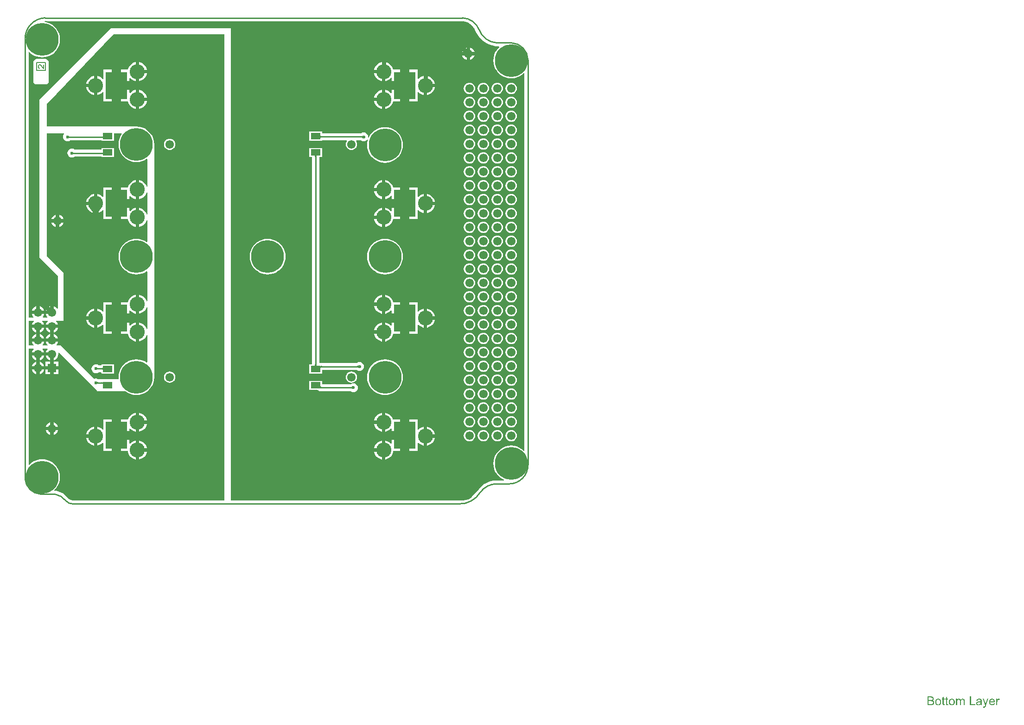
<source format=gbl>
G04*
G04 #@! TF.GenerationSoftware,Altium Limited,Altium Designer,18.1.7 (191)*
G04*
G04 Layer_Physical_Order=2*
G04 Layer_Color=16711680*
%FSLAX25Y25*%
%MOIN*%
G70*
G01*
G75*
%ADD11C,0.01000*%
%ADD13C,0.00787*%
%ADD26C,0.10827*%
%ADD27C,0.03000*%
%ADD28C,0.06102*%
%ADD29R,0.06102X0.06102*%
%ADD30C,0.23622*%
%ADD31C,0.02362*%
%ADD32R,0.07087X0.04528*%
%ADD33R,0.15748X0.19685*%
G36*
X27913Y266756D02*
X28160Y266256D01*
X27808Y265797D01*
X27487Y265023D01*
X27378Y264193D01*
X27487Y263363D01*
X27808Y262589D01*
X28318Y261924D01*
X28982Y261414D01*
X29756Y261094D01*
X30587Y260984D01*
X31417Y261094D01*
X32191Y261414D01*
X32490Y261644D01*
X54905D01*
Y261457D01*
X63992D01*
Y266756D01*
X69435Y266756D01*
X69607Y266256D01*
X68613Y264633D01*
X67841Y262770D01*
X67370Y260809D01*
X67212Y258799D01*
X67370Y256789D01*
X67841Y254828D01*
X68613Y252965D01*
X69666Y251246D01*
X70976Y249712D01*
X72509Y248403D01*
X74229Y247349D01*
X76091Y246578D01*
X78052Y246107D01*
X80063Y245949D01*
X82073Y246107D01*
X84034Y246578D01*
X85897Y247349D01*
X87339Y248233D01*
X87839Y247953D01*
Y228529D01*
X87339Y228454D01*
X87201Y228906D01*
X86559Y230107D01*
X85696Y231160D01*
X84643Y232024D01*
X83442Y232666D01*
X82139Y233061D01*
X82033Y233072D01*
Y226248D01*
Y219424D01*
X82139Y219435D01*
X83442Y219830D01*
X84643Y220472D01*
X85696Y221336D01*
X86559Y222389D01*
X87201Y223590D01*
X87339Y224042D01*
X87839Y223967D01*
Y208529D01*
X87339Y208454D01*
X87201Y208907D01*
X86559Y210107D01*
X85696Y211160D01*
X84643Y212024D01*
X83442Y212666D01*
X82139Y213061D01*
X82033Y213072D01*
Y206248D01*
Y199424D01*
X82139Y199435D01*
X83442Y199830D01*
X84643Y200472D01*
X85696Y201336D01*
X86559Y202389D01*
X87201Y203590D01*
X87339Y204042D01*
X87839Y203967D01*
Y188827D01*
X87339Y188547D01*
X85897Y189430D01*
X84034Y190202D01*
X82073Y190673D01*
X80063Y190831D01*
X78052Y190673D01*
X76091Y190202D01*
X74229Y189430D01*
X72509Y188377D01*
X70976Y187067D01*
X69666Y185534D01*
X68613Y183814D01*
X67841Y181951D01*
X67370Y179991D01*
X67212Y177980D01*
X67370Y175970D01*
X67841Y174009D01*
X68613Y172146D01*
X69666Y170427D01*
X70976Y168894D01*
X72509Y167584D01*
X74229Y166530D01*
X76091Y165759D01*
X78052Y165288D01*
X80063Y165130D01*
X82073Y165288D01*
X84034Y165759D01*
X85897Y166530D01*
X87339Y167414D01*
X87839Y167134D01*
Y145954D01*
X87339Y145880D01*
X87201Y146332D01*
X86559Y147533D01*
X85696Y148585D01*
X84643Y149449D01*
X83442Y150091D01*
X82139Y150487D01*
X82033Y150497D01*
Y143673D01*
Y136849D01*
X82139Y136860D01*
X83442Y137255D01*
X84643Y137897D01*
X85696Y138761D01*
X86559Y139814D01*
X87201Y141015D01*
X87339Y141467D01*
X87839Y141393D01*
Y125954D01*
X87339Y125880D01*
X87201Y126332D01*
X86559Y127533D01*
X85696Y128585D01*
X84643Y129449D01*
X83442Y130091D01*
X82139Y130487D01*
X82033Y130497D01*
Y123673D01*
Y116850D01*
X82139Y116860D01*
X83442Y117255D01*
X84643Y117897D01*
X85696Y118761D01*
X86559Y119814D01*
X87201Y121015D01*
X87339Y121467D01*
X87839Y121393D01*
Y102027D01*
X87339Y101748D01*
X85897Y102631D01*
X84034Y103403D01*
X82073Y103874D01*
X80063Y104032D01*
X78052Y103874D01*
X76091Y103403D01*
X74229Y102631D01*
X72509Y101577D01*
X70976Y100268D01*
X69666Y98734D01*
X68613Y97015D01*
X67841Y95152D01*
X67370Y93191D01*
X67212Y91181D01*
X67304Y90013D01*
X66965Y89646D01*
X57466D01*
X57378Y89663D01*
X52813D01*
X52514Y89893D01*
X51740Y90213D01*
X50909Y90323D01*
X50079Y90213D01*
X49644Y90033D01*
X25598Y114079D01*
X22729D01*
X22568Y114552D01*
X22616Y114589D01*
X23346Y115539D01*
X23778Y116585D01*
X19370D01*
X14962D01*
X15395Y115539D01*
X16124Y114589D01*
X16172Y114552D01*
X16011Y114079D01*
X12729D01*
X12568Y114552D01*
X12616Y114589D01*
X13345Y115539D01*
X13779Y116585D01*
X9370D01*
X4962D01*
X5395Y115539D01*
X6124Y114589D01*
X6172Y114552D01*
X6011Y114079D01*
X2541D01*
Y131854D01*
X6311Y131854D01*
X6481Y131354D01*
X6124Y131081D01*
X5395Y130130D01*
X4962Y129085D01*
X9370D01*
X13779D01*
X13345Y130130D01*
X12616Y131081D01*
X12259Y131354D01*
X12429Y131854D01*
X16311Y131854D01*
X16481Y131354D01*
X16124Y131081D01*
X15395Y130130D01*
X14962Y129085D01*
X19370D01*
X23778D01*
X23346Y130130D01*
X22616Y131081D01*
X22259Y131354D01*
X22429Y131854D01*
X27799Y131854D01*
X27799Y166354D01*
X15760Y178394D01*
X15760Y266756D01*
X27913D01*
D02*
G37*
G36*
X51820Y87879D02*
X51893Y87823D01*
X51972Y87774D01*
X52056Y87732D01*
X52147Y87696D01*
X52243Y87666D01*
X52346Y87644D01*
X52454Y87627D01*
X52568Y87617D01*
X52688Y87614D01*
Y86614D01*
X52568Y86611D01*
X52454Y86601D01*
X52346Y86585D01*
X52243Y86562D01*
X52147Y86532D01*
X52056Y86497D01*
X51972Y86454D01*
X51893Y86405D01*
X51820Y86349D01*
X51753Y86287D01*
Y87941D01*
X51820Y87879D01*
D02*
G37*
G36*
X55918Y87543D02*
X55929Y86114D01*
X55919Y86209D01*
X55888Y86294D01*
X55837Y86369D01*
X55766Y86434D01*
X55674Y86489D01*
X55563Y86534D01*
X55432Y86569D01*
X55281Y86594D01*
X55109Y86609D01*
X54918Y86614D01*
Y87614D01*
X55918Y87543D01*
D02*
G37*
G36*
X143342Y2440D02*
X35409D01*
X34997Y2440D01*
X34916Y2424D01*
X34422Y2437D01*
X33430Y2568D01*
X32197Y3079D01*
X31151Y3881D01*
X31029Y4065D01*
X29035Y6058D01*
X28779Y6314D01*
X28754Y6352D01*
X28675Y6405D01*
X28669Y6398D01*
X28574Y6461D01*
X27628Y7270D01*
X26118Y8195D01*
X24483Y8872D01*
X22761Y9285D01*
X21314Y9399D01*
X21151Y9817D01*
X21154Y9920D01*
X21390Y10122D01*
X22700Y11655D01*
X23753Y13375D01*
X24525Y15238D01*
X24996Y17198D01*
X25154Y19209D01*
X24996Y21219D01*
X24525Y23180D01*
X23753Y25043D01*
X22700Y26762D01*
X21390Y28295D01*
X19857Y29605D01*
X18137Y30659D01*
X16274Y31430D01*
X14313Y31901D01*
X12303Y32059D01*
X10293Y31901D01*
X8332Y31430D01*
X6469Y30659D01*
X4750Y29605D01*
X3216Y28295D01*
X3010Y28054D01*
X2541Y28227D01*
X2541Y111610D01*
X6036Y111610D01*
X6197Y111137D01*
X6124Y111081D01*
X5395Y110130D01*
X4962Y109085D01*
X9370D01*
X13779D01*
X13345Y110130D01*
X12616Y111081D01*
X12543Y111137D01*
X12704Y111610D01*
X16037Y111610D01*
X16197Y111137D01*
X16124Y111081D01*
X15395Y110130D01*
X14962Y109085D01*
X19370D01*
Y107835D01*
X20620D01*
Y103426D01*
X21665Y103859D01*
X22616Y104589D01*
X23346Y105539D01*
X23804Y106647D01*
X23960Y107835D01*
X23846Y108703D01*
X24320Y108936D01*
X52169Y81087D01*
X72156Y81087D01*
X72509Y80785D01*
X74229Y79731D01*
X76091Y78959D01*
X78052Y78489D01*
X80063Y78330D01*
X82073Y78489D01*
X84034Y78959D01*
X85897Y79731D01*
X87616Y80785D01*
X89149Y82094D01*
X90459Y83628D01*
X91513Y85347D01*
X92284Y87210D01*
X92755Y89171D01*
X92913Y91181D01*
X92873Y91699D01*
X92897Y91724D01*
X92963Y258516D01*
X92896Y258583D01*
X92913Y258799D01*
X92755Y260809D01*
X92284Y262770D01*
X91513Y264633D01*
X90459Y266353D01*
X89149Y267886D01*
X87616Y269196D01*
X85897Y270249D01*
X84034Y271021D01*
X82073Y271492D01*
X80063Y271650D01*
X79806Y271630D01*
X79766Y271669D01*
X15760Y271669D01*
X15758Y287856D01*
X63646Y338008D01*
X143342Y338008D01*
X143342Y2440D01*
D02*
G37*
G36*
X15564Y347517D02*
X313520D01*
X313615Y347536D01*
X313827Y347552D01*
X315504Y347420D01*
X317141Y347027D01*
X318695Y346384D01*
X320130Y345504D01*
X321410Y344411D01*
X322503Y343132D01*
X323382Y341697D01*
X323778Y340741D01*
X323924Y340369D01*
X323931Y340335D01*
X323947Y340311D01*
X323947Y340311D01*
X324018Y340206D01*
X324924Y338366D01*
X326244Y336391D01*
X327811Y334605D01*
X329597Y333039D01*
X331572Y331719D01*
X333703Y330668D01*
X335952Y329905D01*
X338282Y329441D01*
X340274Y329310D01*
X340653Y329286D01*
X340760Y329279D01*
X340869Y329199D01*
X340913Y328579D01*
X340484Y328213D01*
X339175Y326679D01*
X338121Y324960D01*
X337349Y323097D01*
X336878Y321136D01*
X336720Y319126D01*
X336878Y317116D01*
X337349Y315155D01*
X338121Y313292D01*
X339175Y311573D01*
X340484Y310039D01*
X342018Y308730D01*
X343737Y307676D01*
X345600Y306904D01*
X347561Y306434D01*
X349571Y306275D01*
X351581Y306434D01*
X353542Y306904D01*
X355405Y307676D01*
X357124Y308730D01*
X358658Y310039D01*
X358689Y310076D01*
X359158Y309903D01*
X359158Y38309D01*
X358855Y38198D01*
X358658Y38168D01*
X357160Y39448D01*
X355440Y40501D01*
X353577Y41273D01*
X351617Y41744D01*
X349606Y41902D01*
X347596Y41744D01*
X345635Y41273D01*
X343772Y40501D01*
X342053Y39448D01*
X340519Y38138D01*
X339210Y36605D01*
X338156Y34885D01*
X337385Y33022D01*
X336914Y31062D01*
X336756Y29051D01*
X336914Y27041D01*
X337385Y25080D01*
X338156Y23217D01*
X339210Y21498D01*
X340519Y19964D01*
X342053Y18655D01*
X343772Y17601D01*
X344302Y17382D01*
X344204Y16892D01*
X338846D01*
X338771Y16876D01*
X336519Y16699D01*
X334142Y16129D01*
X331884Y15193D01*
X329800Y13916D01*
X327941Y12329D01*
X326461Y10595D01*
X326452Y10590D01*
X326440Y10570D01*
X326354Y10470D01*
X326336Y10441D01*
X321450Y5026D01*
X320339Y4115D01*
X318580Y3174D01*
X316671Y2595D01*
X315267Y2457D01*
X314771Y2444D01*
D01*
X314271Y2440D01*
X148206D01*
X147853Y2794D01*
X147917Y342547D01*
X60390Y342547D01*
X10461Y292618D01*
X10461Y177106D01*
X23555Y164012D01*
X23555Y143807D01*
X23555Y140678D01*
X23055Y140508D01*
X22616Y141081D01*
X21665Y141810D01*
X20620Y142243D01*
Y137835D01*
X19370D01*
Y136585D01*
X14962D01*
X15395Y135539D01*
X16041Y134697D01*
X15879Y134197D01*
X12861D01*
X12699Y134697D01*
X13345Y135539D01*
X13779Y136585D01*
X9370D01*
X4962D01*
X5395Y135539D01*
X6041Y134697D01*
X5879Y134197D01*
X2541Y134197D01*
X2541Y325249D01*
X3010Y325422D01*
X3216Y325181D01*
X4750Y323871D01*
X6469Y322818D01*
X8332Y322046D01*
X10293Y321575D01*
X12303Y321417D01*
X14313Y321575D01*
X16274Y322046D01*
X18137Y322818D01*
X19857Y323871D01*
X21390Y325181D01*
X22700Y326714D01*
X23753Y328434D01*
X24525Y330297D01*
X24996Y332257D01*
X25154Y334268D01*
X24996Y336278D01*
X24525Y338239D01*
X23753Y340102D01*
X22700Y341821D01*
X21390Y343355D01*
X19857Y344664D01*
X18137Y345718D01*
X16274Y346489D01*
X14313Y346960D01*
X14103Y346977D01*
Y347478D01*
X15288Y347572D01*
X15564Y347517D01*
D02*
G37*
G36*
X700220Y-140324D02*
X700320Y-140343D01*
X700439Y-140379D01*
X700566Y-140425D01*
X700712Y-140488D01*
X700867Y-140570D01*
X700585Y-141281D01*
X700576Y-141272D01*
X700539Y-141254D01*
X700485Y-141226D01*
X700412Y-141199D01*
X700330Y-141172D01*
X700229Y-141144D01*
X700129Y-141126D01*
X700029Y-141117D01*
X699983D01*
X699938Y-141126D01*
X699874Y-141135D01*
X699810Y-141153D01*
X699728Y-141181D01*
X699646Y-141217D01*
X699574Y-141272D01*
X699564Y-141281D01*
X699537Y-141299D01*
X699510Y-141336D01*
X699464Y-141381D01*
X699419Y-141445D01*
X699373Y-141518D01*
X699328Y-141600D01*
X699291Y-141700D01*
X699282Y-141718D01*
X699273Y-141773D01*
X699255Y-141855D01*
X699227Y-141964D01*
X699200Y-142101D01*
X699182Y-142256D01*
X699173Y-142420D01*
X699163Y-142602D01*
Y-144989D01*
X698389D01*
Y-140416D01*
X699091D01*
Y-141108D01*
X699100Y-141099D01*
X699136Y-141035D01*
X699182Y-140953D01*
X699255Y-140853D01*
X699328Y-140753D01*
X699409Y-140643D01*
X699492Y-140552D01*
X699574Y-140479D01*
X699583Y-140470D01*
X699610Y-140452D01*
X699665Y-140425D01*
X699719Y-140397D01*
X699792Y-140370D01*
X699883Y-140343D01*
X699974Y-140324D01*
X700074Y-140315D01*
X700138D01*
X700220Y-140324D01*
D02*
G37*
G36*
X674384D02*
X674448D01*
X674512Y-140333D01*
X674667Y-140361D01*
X674831Y-140406D01*
X675004Y-140479D01*
X675177Y-140570D01*
X675323Y-140698D01*
X675341Y-140716D01*
X675377Y-140771D01*
X675441Y-140853D01*
X675468Y-140917D01*
X675505Y-140980D01*
X675541Y-141062D01*
X675569Y-141144D01*
X675605Y-141235D01*
X675632Y-141345D01*
X675651Y-141454D01*
X675669Y-141582D01*
X675687Y-141709D01*
Y-141855D01*
Y-144989D01*
X674913D01*
Y-142119D01*
Y-142110D01*
Y-142101D01*
Y-142046D01*
Y-141964D01*
X674904Y-141864D01*
X674895Y-141755D01*
X674885Y-141645D01*
X674867Y-141536D01*
X674840Y-141454D01*
Y-141445D01*
X674822Y-141418D01*
X674803Y-141381D01*
X674776Y-141336D01*
X674740Y-141281D01*
X674694Y-141226D01*
X674639Y-141172D01*
X674567Y-141117D01*
X674557Y-141108D01*
X674530Y-141099D01*
X674494Y-141080D01*
X674430Y-141053D01*
X674366Y-141026D01*
X674284Y-141008D01*
X674202Y-140999D01*
X674102Y-140989D01*
X674056D01*
X674020Y-140999D01*
X673929Y-141008D01*
X673819Y-141026D01*
X673692Y-141071D01*
X673555Y-141126D01*
X673419Y-141208D01*
X673291Y-141317D01*
X673282Y-141336D01*
X673246Y-141381D01*
X673191Y-141454D01*
X673136Y-141563D01*
X673072Y-141709D01*
X673027Y-141882D01*
X672991Y-142092D01*
X672972Y-142338D01*
Y-144989D01*
X672198D01*
Y-142028D01*
Y-142019D01*
Y-142001D01*
Y-141982D01*
Y-141946D01*
X672189Y-141846D01*
X672171Y-141736D01*
X672152Y-141609D01*
X672116Y-141481D01*
X672070Y-141363D01*
X672007Y-141254D01*
X671997Y-141244D01*
X671970Y-141208D01*
X671925Y-141172D01*
X671861Y-141117D01*
X671779Y-141071D01*
X671669Y-141026D01*
X671542Y-140999D01*
X671387Y-140989D01*
X671333D01*
X671269Y-140999D01*
X671196Y-141008D01*
X671105Y-141035D01*
X670995Y-141062D01*
X670895Y-141108D01*
X670786Y-141163D01*
X670777Y-141172D01*
X670740Y-141199D01*
X670695Y-141235D01*
X670631Y-141290D01*
X670567Y-141363D01*
X670504Y-141454D01*
X670440Y-141554D01*
X670385Y-141673D01*
X670376Y-141691D01*
X670367Y-141736D01*
X670349Y-141809D01*
X670321Y-141910D01*
X670294Y-142046D01*
X670276Y-142210D01*
X670267Y-142402D01*
X670258Y-142620D01*
Y-144989D01*
X669483D01*
Y-140416D01*
X670176D01*
Y-141071D01*
X670185Y-141053D01*
X670212Y-141017D01*
X670267Y-140953D01*
X670330Y-140880D01*
X670412Y-140789D01*
X670513Y-140698D01*
X670622Y-140607D01*
X670749Y-140525D01*
X670768Y-140516D01*
X670813Y-140488D01*
X670886Y-140461D01*
X670986Y-140416D01*
X671105Y-140379D01*
X671241Y-140352D01*
X671396Y-140324D01*
X671560Y-140315D01*
X671642D01*
X671742Y-140324D01*
X671852Y-140343D01*
X671988Y-140370D01*
X672125Y-140406D01*
X672262Y-140461D01*
X672389Y-140534D01*
X672407Y-140543D01*
X672444Y-140570D01*
X672499Y-140616D01*
X672571Y-140689D01*
X672644Y-140771D01*
X672726Y-140871D01*
X672799Y-140989D01*
X672854Y-141126D01*
X672863Y-141117D01*
X672881Y-141090D01*
X672908Y-141053D01*
X672954Y-140999D01*
X673009Y-140935D01*
X673072Y-140871D01*
X673145Y-140798D01*
X673237Y-140716D01*
X673337Y-140643D01*
X673437Y-140570D01*
X673555Y-140507D01*
X673683Y-140443D01*
X673819Y-140388D01*
X673965Y-140352D01*
X674111Y-140324D01*
X674275Y-140315D01*
X674339D01*
X674384Y-140324D01*
D02*
G37*
G36*
X691092Y-145062D02*
Y-145071D01*
X691083Y-145098D01*
X691065Y-145134D01*
X691046Y-145180D01*
X691019Y-145244D01*
X690992Y-145317D01*
X690928Y-145472D01*
X690864Y-145645D01*
X690791Y-145818D01*
X690719Y-145973D01*
X690682Y-146036D01*
X690655Y-146100D01*
X690646Y-146118D01*
X690618Y-146164D01*
X690573Y-146228D01*
X690518Y-146310D01*
X690445Y-146401D01*
X690363Y-146492D01*
X690281Y-146583D01*
X690181Y-146656D01*
X690172Y-146665D01*
X690135Y-146683D01*
X690081Y-146711D01*
X689999Y-146747D01*
X689908Y-146783D01*
X689798Y-146811D01*
X689680Y-146829D01*
X689543Y-146838D01*
X689507D01*
X689461Y-146829D01*
X689398D01*
X689325Y-146811D01*
X689243Y-146792D01*
X689152Y-146774D01*
X689051Y-146738D01*
X688969Y-146018D01*
X688978D01*
X689015Y-146027D01*
X689060Y-146036D01*
X689115Y-146055D01*
X689261Y-146082D01*
X689407Y-146091D01*
X689452D01*
X689498Y-146082D01*
X689552D01*
X689689Y-146055D01*
X689753Y-146027D01*
X689817Y-146000D01*
X689826D01*
X689844Y-145982D01*
X689871Y-145964D01*
X689908Y-145936D01*
X689990Y-145863D01*
X690063Y-145763D01*
Y-145754D01*
X690081Y-145736D01*
X690099Y-145699D01*
X690117Y-145645D01*
X690154Y-145572D01*
X690190Y-145463D01*
X690245Y-145335D01*
X690300Y-145180D01*
Y-145171D01*
X690318Y-145134D01*
X690336Y-145071D01*
X690372Y-144989D01*
X688642Y-140416D01*
X689461D01*
X690418Y-143067D01*
Y-143076D01*
X690427Y-143085D01*
X690436Y-143112D01*
X690445Y-143158D01*
X690463Y-143203D01*
X690482Y-143258D01*
X690527Y-143385D01*
X690582Y-143540D01*
X690637Y-143722D01*
X690691Y-143914D01*
X690746Y-144123D01*
Y-144114D01*
X690755Y-144096D01*
X690764Y-144069D01*
X690773Y-144032D01*
X690782Y-143987D01*
X690801Y-143932D01*
X690837Y-143795D01*
X690882Y-143640D01*
X690946Y-143458D01*
X691001Y-143276D01*
X691074Y-143085D01*
X692058Y-140416D01*
X692832D01*
X691092Y-145062D01*
D02*
G37*
G36*
X686318Y-140324D02*
X686455Y-140333D01*
X686610Y-140352D01*
X686765Y-140379D01*
X686920Y-140416D01*
X687065Y-140461D01*
X687084Y-140470D01*
X687129Y-140488D01*
X687193Y-140516D01*
X687275Y-140552D01*
X687366Y-140607D01*
X687457Y-140662D01*
X687539Y-140734D01*
X687612Y-140807D01*
X687621Y-140816D01*
X687639Y-140844D01*
X687667Y-140889D01*
X687703Y-140944D01*
X687749Y-141026D01*
X687785Y-141108D01*
X687822Y-141208D01*
X687849Y-141326D01*
Y-141336D01*
X687858Y-141363D01*
X687867Y-141418D01*
X687876Y-141490D01*
Y-141591D01*
X687885Y-141709D01*
X687894Y-141864D01*
Y-142037D01*
Y-143076D01*
Y-143085D01*
Y-143121D01*
Y-143176D01*
Y-143249D01*
Y-143331D01*
Y-143431D01*
X687904Y-143650D01*
Y-143877D01*
X687913Y-144105D01*
X687922Y-144205D01*
Y-144296D01*
X687931Y-144378D01*
X687940Y-144442D01*
Y-144451D01*
X687949Y-144488D01*
X687958Y-144542D01*
X687986Y-144615D01*
X688004Y-144697D01*
X688040Y-144788D01*
X688086Y-144888D01*
X688131Y-144989D01*
X687321D01*
X687311Y-144980D01*
X687302Y-144943D01*
X687284Y-144898D01*
X687257Y-144825D01*
X687229Y-144743D01*
X687211Y-144643D01*
X687193Y-144533D01*
X687175Y-144415D01*
X687166D01*
X687156Y-144433D01*
X687102Y-144479D01*
X687020Y-144542D01*
X686911Y-144624D01*
X686774Y-144706D01*
X686637Y-144797D01*
X686491Y-144879D01*
X686337Y-144943D01*
X686318Y-144952D01*
X686264Y-144961D01*
X686182Y-144989D01*
X686082Y-145016D01*
X685954Y-145043D01*
X685808Y-145062D01*
X685644Y-145080D01*
X685480Y-145089D01*
X685407D01*
X685353Y-145080D01*
X685289D01*
X685216Y-145071D01*
X685052Y-145043D01*
X684870Y-144998D01*
X684669Y-144934D01*
X684487Y-144843D01*
X684323Y-144725D01*
X684305Y-144706D01*
X684260Y-144661D01*
X684196Y-144579D01*
X684123Y-144469D01*
X684050Y-144333D01*
X683986Y-144178D01*
X683941Y-143987D01*
X683932Y-143895D01*
X683922Y-143786D01*
Y-143768D01*
Y-143732D01*
X683932Y-143668D01*
X683941Y-143586D01*
X683959Y-143486D01*
X683986Y-143385D01*
X684023Y-143276D01*
X684068Y-143176D01*
X684077Y-143167D01*
X684096Y-143130D01*
X684132Y-143076D01*
X684178Y-143012D01*
X684232Y-142939D01*
X684305Y-142866D01*
X684378Y-142793D01*
X684469Y-142729D01*
X684478Y-142720D01*
X684515Y-142702D01*
X684560Y-142666D01*
X684633Y-142629D01*
X684715Y-142593D01*
X684815Y-142547D01*
X684915Y-142511D01*
X685034Y-142474D01*
X685043D01*
X685079Y-142465D01*
X685134Y-142447D01*
X685207Y-142438D01*
X685298Y-142420D01*
X685417Y-142402D01*
X685553Y-142374D01*
X685717Y-142356D01*
X685726D01*
X685763Y-142347D01*
X685808D01*
X685872Y-142338D01*
X685945Y-142329D01*
X686036Y-142310D01*
X686136Y-142301D01*
X686245Y-142283D01*
X686464Y-142237D01*
X686701Y-142192D01*
X686911Y-142137D01*
X687011Y-142110D01*
X687102Y-142083D01*
Y-142074D01*
Y-142055D01*
X687111Y-142001D01*
Y-141937D01*
Y-141901D01*
Y-141882D01*
Y-141873D01*
Y-141864D01*
Y-141809D01*
X687102Y-141718D01*
X687084Y-141618D01*
X687056Y-141509D01*
X687011Y-141399D01*
X686956Y-141299D01*
X686883Y-141217D01*
X686874Y-141208D01*
X686829Y-141172D01*
X686756Y-141135D01*
X686665Y-141080D01*
X686537Y-141035D01*
X686391Y-140989D01*
X686209Y-140962D01*
X686000Y-140953D01*
X685909D01*
X685817Y-140962D01*
X685690Y-140980D01*
X685562Y-140999D01*
X685426Y-141035D01*
X685298Y-141080D01*
X685189Y-141144D01*
X685180Y-141153D01*
X685143Y-141181D01*
X685098Y-141226D01*
X685043Y-141299D01*
X684988Y-141390D01*
X684925Y-141509D01*
X684870Y-141655D01*
X684815Y-141818D01*
X684059Y-141718D01*
Y-141709D01*
X684068Y-141700D01*
Y-141673D01*
X684077Y-141636D01*
X684105Y-141554D01*
X684141Y-141436D01*
X684187Y-141317D01*
X684241Y-141190D01*
X684314Y-141062D01*
X684396Y-140944D01*
X684405Y-140935D01*
X684442Y-140898D01*
X684496Y-140844D01*
X684569Y-140771D01*
X684669Y-140698D01*
X684788Y-140625D01*
X684925Y-140543D01*
X685079Y-140479D01*
X685089D01*
X685098Y-140470D01*
X685125Y-140461D01*
X685161Y-140452D01*
X685253Y-140425D01*
X685380Y-140397D01*
X685526Y-140370D01*
X685708Y-140343D01*
X685899Y-140324D01*
X686118Y-140315D01*
X686218D01*
X686318Y-140324D01*
D02*
G37*
G36*
X680187Y-144242D02*
X683294D01*
Y-144989D01*
X679349D01*
Y-138685D01*
X680187D01*
Y-144242D01*
D02*
G37*
G36*
X651518Y-138694D02*
X651591D01*
X651755Y-138712D01*
X651937Y-138730D01*
X652129Y-138767D01*
X652320Y-138812D01*
X652493Y-138876D01*
X652502D01*
X652511Y-138885D01*
X652566Y-138912D01*
X652648Y-138958D01*
X652739Y-139022D01*
X652848Y-139104D01*
X652967Y-139204D01*
X653076Y-139331D01*
X653176Y-139468D01*
X653185Y-139486D01*
X653213Y-139541D01*
X653258Y-139614D01*
X653304Y-139723D01*
X653349Y-139851D01*
X653395Y-139987D01*
X653422Y-140142D01*
X653431Y-140297D01*
Y-140315D01*
Y-140361D01*
X653422Y-140443D01*
X653404Y-140543D01*
X653377Y-140662D01*
X653331Y-140789D01*
X653276Y-140917D01*
X653204Y-141053D01*
X653195Y-141071D01*
X653167Y-141108D01*
X653113Y-141181D01*
X653040Y-141254D01*
X652949Y-141345D01*
X652839Y-141445D01*
X652703Y-141536D01*
X652548Y-141627D01*
X652557D01*
X652575Y-141636D01*
X652602Y-141645D01*
X652639Y-141664D01*
X652748Y-141700D01*
X652876Y-141764D01*
X653012Y-141846D01*
X653167Y-141946D01*
X653304Y-142064D01*
X653431Y-142210D01*
X653440Y-142228D01*
X653477Y-142283D01*
X653532Y-142365D01*
X653586Y-142474D01*
X653641Y-142620D01*
X653695Y-142775D01*
X653732Y-142957D01*
X653741Y-143158D01*
Y-143167D01*
Y-143176D01*
Y-143230D01*
X653732Y-143322D01*
X653714Y-143431D01*
X653695Y-143559D01*
X653659Y-143695D01*
X653614Y-143841D01*
X653550Y-143987D01*
X653541Y-144005D01*
X653513Y-144050D01*
X653477Y-144114D01*
X653422Y-144205D01*
X653349Y-144296D01*
X653276Y-144397D01*
X653185Y-144497D01*
X653085Y-144579D01*
X653076Y-144588D01*
X653040Y-144615D01*
X652976Y-144652D01*
X652894Y-144688D01*
X652794Y-144743D01*
X652675Y-144797D01*
X652548Y-144843D01*
X652393Y-144888D01*
X652375D01*
X652320Y-144907D01*
X652229Y-144916D01*
X652110Y-144934D01*
X651965Y-144952D01*
X651791Y-144971D01*
X651600Y-144980D01*
X651382Y-144989D01*
X648977D01*
Y-138685D01*
X651454D01*
X651518Y-138694D01*
D02*
G37*
G36*
X663042Y-140416D02*
X663826D01*
Y-141017D01*
X663042D01*
Y-143704D01*
Y-143722D01*
Y-143759D01*
Y-143814D01*
X663052Y-143877D01*
X663061Y-144023D01*
X663070Y-144087D01*
X663079Y-144132D01*
X663088Y-144151D01*
X663115Y-144187D01*
X663152Y-144233D01*
X663215Y-144278D01*
X663234Y-144287D01*
X663279Y-144306D01*
X663361Y-144324D01*
X663480Y-144333D01*
X663571D01*
X663616Y-144324D01*
X663680D01*
X663753Y-144315D01*
X663826Y-144306D01*
X663926Y-144989D01*
X663908D01*
X663871Y-144998D01*
X663808Y-145007D01*
X663726Y-145016D01*
X663634Y-145034D01*
X663534Y-145043D01*
X663334Y-145053D01*
X663261D01*
X663188Y-145043D01*
X663097Y-145034D01*
X662988Y-145025D01*
X662878Y-144998D01*
X662778Y-144971D01*
X662678Y-144925D01*
X662669Y-144916D01*
X662641Y-144898D01*
X662605Y-144870D01*
X662550Y-144825D01*
X662505Y-144779D01*
X662450Y-144715D01*
X662396Y-144652D01*
X662359Y-144570D01*
Y-144561D01*
X662341Y-144524D01*
X662332Y-144460D01*
X662314Y-144369D01*
X662295Y-144251D01*
X662286Y-144178D01*
Y-144096D01*
X662277Y-143996D01*
X662268Y-143895D01*
Y-143786D01*
Y-143659D01*
Y-141017D01*
X661694D01*
Y-140416D01*
X662268D01*
Y-139286D01*
X663042Y-138821D01*
Y-140416D01*
D02*
G37*
G36*
X660592D02*
X661375D01*
Y-141017D01*
X660592D01*
Y-143704D01*
Y-143722D01*
Y-143759D01*
Y-143814D01*
X660601Y-143877D01*
X660610Y-144023D01*
X660619Y-144087D01*
X660628Y-144132D01*
X660637Y-144151D01*
X660665Y-144187D01*
X660701Y-144233D01*
X660765Y-144278D01*
X660783Y-144287D01*
X660829Y-144306D01*
X660911Y-144324D01*
X661029Y-144333D01*
X661120D01*
X661166Y-144324D01*
X661230D01*
X661302Y-144315D01*
X661375Y-144306D01*
X661476Y-144989D01*
X661457D01*
X661421Y-144998D01*
X661357Y-145007D01*
X661275Y-145016D01*
X661184Y-145034D01*
X661084Y-145043D01*
X660883Y-145053D01*
X660810D01*
X660738Y-145043D01*
X660646Y-145034D01*
X660537Y-145025D01*
X660428Y-144998D01*
X660328Y-144971D01*
X660227Y-144925D01*
X660218Y-144916D01*
X660191Y-144898D01*
X660154Y-144870D01*
X660100Y-144825D01*
X660054Y-144779D01*
X660000Y-144715D01*
X659945Y-144652D01*
X659908Y-144570D01*
Y-144561D01*
X659890Y-144524D01*
X659881Y-144460D01*
X659863Y-144369D01*
X659845Y-144251D01*
X659836Y-144178D01*
Y-144096D01*
X659827Y-143996D01*
X659817Y-143895D01*
Y-143786D01*
Y-143659D01*
Y-141017D01*
X659243D01*
Y-140416D01*
X659817D01*
Y-139286D01*
X660592Y-138821D01*
Y-140416D01*
D02*
G37*
G36*
X695519Y-140324D02*
X695592Y-140333D01*
X695683Y-140352D01*
X695784Y-140370D01*
X695902Y-140397D01*
X696011Y-140425D01*
X696139Y-140470D01*
X696257Y-140516D01*
X696385Y-140579D01*
X696513Y-140652D01*
X696640Y-140734D01*
X696759Y-140835D01*
X696868Y-140944D01*
X696877Y-140953D01*
X696895Y-140971D01*
X696922Y-141008D01*
X696959Y-141062D01*
X697004Y-141126D01*
X697050Y-141199D01*
X697105Y-141290D01*
X697159Y-141399D01*
X697214Y-141518D01*
X697269Y-141645D01*
X697314Y-141791D01*
X697360Y-141946D01*
X697396Y-142119D01*
X697424Y-142301D01*
X697442Y-142493D01*
X697451Y-142702D01*
Y-142711D01*
Y-142748D01*
Y-142811D01*
X697442Y-142903D01*
X694026D01*
Y-142912D01*
Y-142939D01*
X694035Y-142975D01*
Y-143030D01*
X694044Y-143094D01*
X694062Y-143167D01*
X694089Y-143331D01*
X694144Y-143513D01*
X694217Y-143713D01*
X694317Y-143895D01*
X694445Y-144060D01*
X694454D01*
X694463Y-144078D01*
X694517Y-144123D01*
X694599Y-144187D01*
X694709Y-144251D01*
X694854Y-144324D01*
X695018Y-144387D01*
X695201Y-144433D01*
X695301Y-144442D01*
X695410Y-144451D01*
X695483D01*
X695565Y-144442D01*
X695665Y-144424D01*
X695775Y-144397D01*
X695902Y-144360D01*
X696021Y-144306D01*
X696139Y-144233D01*
X696148Y-144223D01*
X696194Y-144187D01*
X696248Y-144132D01*
X696312Y-144060D01*
X696385Y-143959D01*
X696467Y-143832D01*
X696549Y-143686D01*
X696622Y-143513D01*
X697424Y-143613D01*
Y-143622D01*
X697414Y-143640D01*
X697405Y-143677D01*
X697387Y-143732D01*
X697360Y-143786D01*
X697332Y-143859D01*
X697260Y-144014D01*
X697168Y-144187D01*
X697041Y-144369D01*
X696895Y-144542D01*
X696713Y-144706D01*
X696704D01*
X696686Y-144725D01*
X696658Y-144743D01*
X696622Y-144770D01*
X696567Y-144797D01*
X696513Y-144825D01*
X696440Y-144861D01*
X696358Y-144898D01*
X696267Y-144934D01*
X696175Y-144971D01*
X695948Y-145025D01*
X695693Y-145071D01*
X695410Y-145089D01*
X695310D01*
X695246Y-145080D01*
X695164Y-145071D01*
X695064Y-145053D01*
X694955Y-145034D01*
X694836Y-145016D01*
X694581Y-144943D01*
X694445Y-144888D01*
X694317Y-144834D01*
X694180Y-144761D01*
X694053Y-144679D01*
X693934Y-144588D01*
X693816Y-144479D01*
X693807Y-144469D01*
X693789Y-144451D01*
X693761Y-144415D01*
X693725Y-144360D01*
X693679Y-144296D01*
X693634Y-144223D01*
X693579Y-144132D01*
X693524Y-144032D01*
X693470Y-143914D01*
X693415Y-143786D01*
X693370Y-143640D01*
X693324Y-143486D01*
X693288Y-143322D01*
X693260Y-143139D01*
X693242Y-142948D01*
X693233Y-142748D01*
Y-142739D01*
Y-142693D01*
Y-142638D01*
X693242Y-142556D01*
X693251Y-142456D01*
X693260Y-142347D01*
X693279Y-142219D01*
X693306Y-142092D01*
X693379Y-141800D01*
X693424Y-141655D01*
X693479Y-141500D01*
X693552Y-141354D01*
X693634Y-141217D01*
X693725Y-141080D01*
X693825Y-140953D01*
X693834Y-140944D01*
X693852Y-140926D01*
X693889Y-140898D01*
X693934Y-140853D01*
X693989Y-140807D01*
X694062Y-140753D01*
X694144Y-140689D01*
X694244Y-140634D01*
X694344Y-140570D01*
X694463Y-140516D01*
X694590Y-140461D01*
X694727Y-140416D01*
X694873Y-140370D01*
X695028Y-140343D01*
X695192Y-140324D01*
X695365Y-140315D01*
X695456D01*
X695519Y-140324D01*
D02*
G37*
G36*
X666595D02*
X666677Y-140333D01*
X666768Y-140352D01*
X666869Y-140370D01*
X666987Y-140388D01*
X667233Y-140470D01*
X667360Y-140516D01*
X667488Y-140579D01*
X667616Y-140643D01*
X667743Y-140734D01*
X667862Y-140825D01*
X667980Y-140935D01*
X667989Y-140944D01*
X668007Y-140962D01*
X668035Y-140999D01*
X668071Y-141044D01*
X668117Y-141108D01*
X668171Y-141190D01*
X668226Y-141281D01*
X668281Y-141381D01*
X668335Y-141490D01*
X668390Y-141627D01*
X668445Y-141764D01*
X668490Y-141919D01*
X668527Y-142083D01*
X668554Y-142256D01*
X668572Y-142438D01*
X668581Y-142638D01*
Y-142648D01*
Y-142675D01*
Y-142720D01*
Y-142784D01*
X668572Y-142857D01*
X668563Y-142948D01*
Y-143039D01*
X668545Y-143139D01*
X668517Y-143367D01*
X668463Y-143595D01*
X668399Y-143823D01*
X668308Y-144032D01*
Y-144041D01*
X668299Y-144050D01*
X668281Y-144078D01*
X668262Y-144114D01*
X668199Y-144205D01*
X668117Y-144315D01*
X668007Y-144442D01*
X667871Y-144570D01*
X667716Y-144697D01*
X667534Y-144816D01*
X667524D01*
X667515Y-144825D01*
X667488Y-144843D01*
X667443Y-144861D01*
X667397Y-144879D01*
X667342Y-144898D01*
X667206Y-144952D01*
X667051Y-144998D01*
X666859Y-145043D01*
X666659Y-145080D01*
X666440Y-145089D01*
X666349D01*
X666276Y-145080D01*
X666194Y-145071D01*
X666103Y-145053D01*
X665994Y-145034D01*
X665885Y-145016D01*
X665639Y-144943D01*
X665502Y-144888D01*
X665375Y-144834D01*
X665247Y-144761D01*
X665119Y-144679D01*
X665001Y-144588D01*
X664883Y-144479D01*
X664874Y-144469D01*
X664855Y-144451D01*
X664828Y-144415D01*
X664791Y-144360D01*
X664746Y-144296D01*
X664700Y-144223D01*
X664646Y-144132D01*
X664591Y-144023D01*
X664536Y-143905D01*
X664482Y-143768D01*
X664436Y-143622D01*
X664391Y-143467D01*
X664354Y-143294D01*
X664327Y-143112D01*
X664309Y-142912D01*
X664299Y-142702D01*
Y-142684D01*
Y-142648D01*
X664309Y-142584D01*
Y-142493D01*
X664318Y-142392D01*
X664336Y-142265D01*
X664354Y-142137D01*
X664391Y-141992D01*
X664427Y-141846D01*
X664473Y-141691D01*
X664527Y-141527D01*
X664600Y-141372D01*
X664673Y-141226D01*
X664773Y-141080D01*
X664874Y-140944D01*
X665001Y-140825D01*
X665010Y-140816D01*
X665028Y-140807D01*
X665065Y-140780D01*
X665110Y-140744D01*
X665165Y-140707D01*
X665238Y-140662D01*
X665311Y-140616D01*
X665402Y-140570D01*
X665502Y-140525D01*
X665611Y-140479D01*
X665857Y-140397D01*
X666140Y-140333D01*
X666286Y-140324D01*
X666440Y-140315D01*
X666532D01*
X666595Y-140324D01*
D02*
G37*
G36*
X656793D02*
X656875Y-140333D01*
X656966Y-140352D01*
X657066Y-140370D01*
X657185Y-140388D01*
X657431Y-140470D01*
X657558Y-140516D01*
X657686Y-140579D01*
X657813Y-140643D01*
X657941Y-140734D01*
X658059Y-140825D01*
X658178Y-140935D01*
X658187Y-140944D01*
X658205Y-140962D01*
X658232Y-140999D01*
X658269Y-141044D01*
X658314Y-141108D01*
X658369Y-141190D01*
X658424Y-141281D01*
X658478Y-141381D01*
X658533Y-141490D01*
X658588Y-141627D01*
X658642Y-141764D01*
X658688Y-141919D01*
X658724Y-142083D01*
X658752Y-142256D01*
X658770Y-142438D01*
X658779Y-142638D01*
Y-142648D01*
Y-142675D01*
Y-142720D01*
Y-142784D01*
X658770Y-142857D01*
X658761Y-142948D01*
Y-143039D01*
X658743Y-143139D01*
X658715Y-143367D01*
X658661Y-143595D01*
X658597Y-143823D01*
X658506Y-144032D01*
Y-144041D01*
X658497Y-144050D01*
X658478Y-144078D01*
X658460Y-144114D01*
X658396Y-144205D01*
X658314Y-144315D01*
X658205Y-144442D01*
X658068Y-144570D01*
X657913Y-144697D01*
X657731Y-144816D01*
X657722D01*
X657713Y-144825D01*
X657686Y-144843D01*
X657640Y-144861D01*
X657595Y-144879D01*
X657540Y-144898D01*
X657403Y-144952D01*
X657248Y-144998D01*
X657057Y-145043D01*
X656857Y-145080D01*
X656638Y-145089D01*
X656547D01*
X656474Y-145080D01*
X656392Y-145071D01*
X656301Y-145053D01*
X656192Y-145034D01*
X656082Y-145016D01*
X655836Y-144943D01*
X655700Y-144888D01*
X655572Y-144834D01*
X655445Y-144761D01*
X655317Y-144679D01*
X655199Y-144588D01*
X655080Y-144479D01*
X655071Y-144469D01*
X655053Y-144451D01*
X655026Y-144415D01*
X654989Y-144360D01*
X654944Y-144296D01*
X654898Y-144223D01*
X654843Y-144132D01*
X654789Y-144023D01*
X654734Y-143905D01*
X654679Y-143768D01*
X654634Y-143622D01*
X654588Y-143467D01*
X654552Y-143294D01*
X654525Y-143112D01*
X654506Y-142912D01*
X654497Y-142702D01*
Y-142684D01*
Y-142648D01*
X654506Y-142584D01*
Y-142493D01*
X654515Y-142392D01*
X654534Y-142265D01*
X654552Y-142137D01*
X654588Y-141992D01*
X654625Y-141846D01*
X654670Y-141691D01*
X654725Y-141527D01*
X654798Y-141372D01*
X654871Y-141226D01*
X654971Y-141080D01*
X655071Y-140944D01*
X655199Y-140825D01*
X655208Y-140816D01*
X655226Y-140807D01*
X655262Y-140780D01*
X655308Y-140744D01*
X655363Y-140707D01*
X655436Y-140662D01*
X655508Y-140616D01*
X655599Y-140570D01*
X655700Y-140525D01*
X655809Y-140479D01*
X656055Y-140397D01*
X656337Y-140333D01*
X656483Y-140324D01*
X656638Y-140315D01*
X656729D01*
X656793Y-140324D01*
D02*
G37*
%LPC*%
G36*
X63992Y256173D02*
X54905D01*
Y255084D01*
X35604D01*
X35305Y255314D01*
X34531Y255635D01*
X33701Y255744D01*
X32870Y255635D01*
X32096Y255314D01*
X31432Y254804D01*
X30922Y254140D01*
X30602Y253366D01*
X30492Y252535D01*
X30602Y251705D01*
X30922Y250931D01*
X31432Y250267D01*
X32096Y249757D01*
X32870Y249436D01*
X33701Y249327D01*
X34531Y249436D01*
X35305Y249757D01*
X35604Y249987D01*
X54905D01*
Y249646D01*
X63992D01*
Y256173D01*
D02*
G37*
G36*
X62498Y227590D02*
X56374D01*
Y221076D01*
X55903Y220907D01*
X55696Y221160D01*
X54643Y222024D01*
X53442Y222666D01*
X52139Y223061D01*
X52034Y223072D01*
Y216248D01*
Y212382D01*
X54573D01*
X54138Y211932D01*
X53749Y211481D01*
X53405Y211027D01*
X53108Y210572D01*
X52856Y210114D01*
X52650Y209655D01*
X52624Y209582D01*
X53442Y209830D01*
X54643Y210472D01*
X55696Y211336D01*
X55903Y211589D01*
X56374Y211420D01*
Y204906D01*
X62498D01*
Y216248D01*
Y227590D01*
D02*
G37*
G36*
X79533Y233072D02*
X79428Y233061D01*
X78125Y232666D01*
X76924Y232024D01*
X75871Y231160D01*
X75007Y230107D01*
X74365Y228906D01*
X73970Y227603D01*
X73969Y227590D01*
X68998D01*
Y219498D01*
X75122D01*
Y221507D01*
X75593Y221675D01*
X75871Y221336D01*
X76924Y220472D01*
X78125Y219830D01*
X79428Y219435D01*
X79533Y219424D01*
Y226248D01*
Y233072D01*
D02*
G37*
G36*
X49533Y223072D02*
X49428Y223061D01*
X48125Y222666D01*
X46924Y222024D01*
X45871Y221160D01*
X45007Y220108D01*
X44365Y218906D01*
X43970Y217603D01*
X43960Y217498D01*
X49533D01*
Y223072D01*
D02*
G37*
G36*
X79533Y213072D02*
X79428Y213061D01*
X78125Y212666D01*
X76924Y212024D01*
X75871Y211160D01*
X75593Y210821D01*
X75122Y210989D01*
Y212998D01*
X68998D01*
Y204906D01*
X73969D01*
X73970Y204893D01*
X74365Y203590D01*
X75007Y202389D01*
X75871Y201336D01*
X76924Y200472D01*
X78125Y199830D01*
X79428Y199435D01*
X79533Y199424D01*
Y206248D01*
Y213072D01*
D02*
G37*
G36*
X49533Y214998D02*
X43960D01*
X43970Y214893D01*
X44365Y213590D01*
X45007Y212389D01*
X45871Y211336D01*
X46924Y210472D01*
X48125Y209830D01*
X48943Y209582D01*
X48917Y209655D01*
X48711Y210114D01*
X48459Y210572D01*
X48162Y211027D01*
X47818Y211481D01*
X47429Y211932D01*
X46994Y212382D01*
X49533D01*
Y214998D01*
D02*
G37*
G36*
X24667Y208200D02*
Y205041D01*
X27826D01*
X27393Y206087D01*
X26663Y207037D01*
X25712Y207767D01*
X24667Y208200D01*
D02*
G37*
G36*
X22167D02*
X21122Y207767D01*
X20171Y207037D01*
X19442Y206087D01*
X19009Y205041D01*
X22167D01*
Y208200D01*
D02*
G37*
G36*
X27826Y202541D02*
X24667D01*
Y199383D01*
X25712Y199816D01*
X26663Y200545D01*
X27393Y201496D01*
X27826Y202541D01*
D02*
G37*
G36*
X22167D02*
X19009D01*
X19442Y201496D01*
X20171Y200545D01*
X21122Y199816D01*
X22167Y199383D01*
Y202541D01*
D02*
G37*
G36*
X62498Y145016D02*
X56374D01*
Y138501D01*
X55903Y138332D01*
X55696Y138585D01*
X54643Y139449D01*
X53442Y140091D01*
X52139Y140487D01*
X52034Y140497D01*
Y133673D01*
Y126849D01*
X52139Y126860D01*
X53442Y127255D01*
X54643Y127897D01*
X55696Y128761D01*
X55903Y129014D01*
X56374Y128846D01*
Y122331D01*
X62498D01*
Y133673D01*
Y145016D01*
D02*
G37*
G36*
X79533Y150497D02*
X79428Y150487D01*
X78125Y150091D01*
X76924Y149449D01*
X75871Y148585D01*
X75007Y147533D01*
X74365Y146332D01*
X73970Y145028D01*
X73969Y145016D01*
X68998D01*
Y136923D01*
X75122D01*
Y138932D01*
X75593Y139100D01*
X75871Y138761D01*
X76924Y137897D01*
X78125Y137255D01*
X79428Y136860D01*
X79533Y136849D01*
Y143673D01*
Y150497D01*
D02*
G37*
G36*
X49533Y140497D02*
X49428Y140487D01*
X48125Y140091D01*
X46924Y139449D01*
X45871Y138585D01*
X45007Y137533D01*
X44365Y136332D01*
X43970Y135029D01*
X43960Y134923D01*
X49533D01*
Y140497D01*
D02*
G37*
G36*
X79533Y130497D02*
X79428Y130487D01*
X78125Y130091D01*
X76924Y129449D01*
X75871Y128585D01*
X75593Y128246D01*
X75122Y128414D01*
Y130423D01*
X68998D01*
Y122331D01*
X73969D01*
X73970Y122318D01*
X74365Y121015D01*
X75007Y119814D01*
X75871Y118761D01*
X76924Y117897D01*
X78125Y117255D01*
X79428Y116860D01*
X79533Y116850D01*
Y123673D01*
Y130497D01*
D02*
G37*
G36*
X49533Y132423D02*
X43960D01*
X43970Y132318D01*
X44365Y131015D01*
X45007Y129814D01*
X45871Y128761D01*
X46924Y127897D01*
X48125Y127255D01*
X49428Y126860D01*
X49533Y126849D01*
Y132423D01*
D02*
G37*
G36*
X23778Y126585D02*
X20620D01*
Y123426D01*
X21665Y123859D01*
X22616Y124589D01*
X23346Y125539D01*
X23778Y126585D01*
D02*
G37*
G36*
X13779D02*
X10620D01*
Y123426D01*
X11665Y123859D01*
X12616Y124589D01*
X13345Y125539D01*
X13779Y126585D01*
D02*
G37*
G36*
X8120D02*
X4962D01*
X5395Y125539D01*
X6124Y124589D01*
X7075Y123859D01*
X8120Y123426D01*
Y126585D01*
D02*
G37*
G36*
X18120D02*
X14962D01*
X15395Y125539D01*
X16124Y124589D01*
X17075Y123859D01*
X18120Y123426D01*
Y126585D01*
D02*
G37*
G36*
X20620Y122243D02*
Y119085D01*
X23778D01*
X23346Y120130D01*
X22616Y121081D01*
X21665Y121810D01*
X20620Y122243D01*
D02*
G37*
G36*
X10620D02*
Y119085D01*
X13779D01*
X13345Y120130D01*
X12616Y121081D01*
X11665Y121810D01*
X10620Y122243D01*
D02*
G37*
G36*
X8120D02*
X7075Y121810D01*
X6124Y121081D01*
X5395Y120130D01*
X4962Y119085D01*
X8120D01*
Y122243D01*
D02*
G37*
G36*
X18120D02*
X17075Y121810D01*
X16124Y121081D01*
X15395Y120130D01*
X14962Y119085D01*
X18120D01*
Y122243D01*
D02*
G37*
G36*
X51032Y100480D02*
X50201Y100371D01*
X49427Y100050D01*
X48763Y99540D01*
X48253Y98876D01*
X47932Y98102D01*
X47823Y97272D01*
X47932Y96441D01*
X48253Y95667D01*
X48763Y95003D01*
X49427Y94493D01*
X50201Y94172D01*
X51032Y94063D01*
X51862Y94172D01*
X52636Y94493D01*
X52935Y94723D01*
X54617D01*
X54649Y94685D01*
X54905Y94550D01*
Y93839D01*
X63992D01*
Y100366D01*
X54905D01*
Y99993D01*
X54649Y99858D01*
X54617Y99821D01*
X52935D01*
X52636Y100050D01*
X51862Y100371D01*
X51032Y100480D01*
D02*
G37*
%LPD*%
G36*
X51942Y98036D02*
X52015Y97981D01*
X52094Y97932D01*
X52178Y97889D01*
X52269Y97853D01*
X52365Y97824D01*
X52468Y97801D01*
X52576Y97785D01*
X52690Y97775D01*
X52810Y97772D01*
Y96772D01*
X52690Y96768D01*
X52576Y96759D01*
X52468Y96742D01*
X52365Y96719D01*
X52269Y96690D01*
X52178Y96654D01*
X52094Y96611D01*
X52015Y96562D01*
X51942Y96507D01*
X51875Y96445D01*
Y98098D01*
X51942Y98036D01*
D02*
G37*
G36*
X55929Y96272D02*
X55919Y96367D01*
X55889Y96452D01*
X55838Y96527D01*
X55768Y96592D01*
X55677Y96647D01*
X55565Y96692D01*
X55434Y96727D01*
X55282Y96752D01*
X55110Y96767D01*
X54918Y96772D01*
Y97772D01*
X55110Y97777D01*
X55282Y97792D01*
X55434Y97817D01*
X55565Y97852D01*
X55677Y97897D01*
X55768Y97952D01*
X55838Y98017D01*
X55889Y98092D01*
X55919Y98177D01*
X55929Y98272D01*
Y96272D01*
D02*
G37*
%LPC*%
G36*
X82033Y318032D02*
Y312459D01*
X87607D01*
X87597Y312564D01*
X87201Y313867D01*
X86559Y315068D01*
X85696Y316121D01*
X84643Y316985D01*
X83442Y317627D01*
X82139Y318022D01*
X82033Y318032D01*
D02*
G37*
G36*
X62498Y312567D02*
X56374D01*
Y306036D01*
X55903Y305868D01*
X55696Y306121D01*
X54643Y306985D01*
X53442Y307627D01*
X52139Y308022D01*
X52034Y308032D01*
Y301209D01*
Y294385D01*
X52139Y294395D01*
X53442Y294791D01*
X54643Y295433D01*
X55696Y296297D01*
X55903Y296550D01*
X56374Y296381D01*
Y289882D01*
X62498D01*
Y301224D01*
Y312567D01*
D02*
G37*
G36*
X87607Y309959D02*
X82033D01*
Y304385D01*
X82139Y304395D01*
X83442Y304791D01*
X84643Y305433D01*
X85696Y306296D01*
X86559Y307349D01*
X87201Y308550D01*
X87597Y309853D01*
X87607Y309959D01*
D02*
G37*
G36*
X79533Y318032D02*
X79428Y318022D01*
X78125Y317627D01*
X76924Y316985D01*
X75871Y316121D01*
X75007Y315068D01*
X74365Y313867D01*
X73971Y312567D01*
X68998D01*
Y304474D01*
X75122D01*
Y306467D01*
X75593Y306636D01*
X75871Y306296D01*
X76924Y305433D01*
X78125Y304791D01*
X79428Y304395D01*
X79533Y304385D01*
Y311209D01*
Y318032D01*
D02*
G37*
G36*
X49533Y308032D02*
X49428Y308022D01*
X48125Y307627D01*
X46924Y306985D01*
X45871Y306121D01*
X45007Y305068D01*
X44365Y303867D01*
X43970Y302564D01*
X43960Y302459D01*
X49533D01*
Y308032D01*
D02*
G37*
G36*
X79533Y298032D02*
X79428Y298022D01*
X78125Y297627D01*
X76924Y296985D01*
X75871Y296121D01*
X75593Y295781D01*
X75122Y295950D01*
Y297974D01*
X68998D01*
Y289882D01*
X73967D01*
X73970Y289853D01*
X74365Y288550D01*
X75007Y287349D01*
X75871Y286297D01*
X76924Y285433D01*
X78125Y284791D01*
X79428Y284395D01*
X79533Y284385D01*
Y291209D01*
Y298032D01*
D02*
G37*
G36*
X49533Y299959D02*
X43960D01*
X43970Y299853D01*
X44365Y298550D01*
X45007Y297349D01*
X45871Y296297D01*
X46924Y295433D01*
X48125Y294791D01*
X49428Y294395D01*
X49533Y294385D01*
Y299959D01*
D02*
G37*
G36*
X82033Y298032D02*
Y292459D01*
X87607D01*
X87597Y292564D01*
X87201Y293867D01*
X86559Y295068D01*
X85696Y296121D01*
X84643Y296985D01*
X83442Y297627D01*
X82139Y298022D01*
X82033Y298032D01*
D02*
G37*
G36*
X87607Y289959D02*
X82033D01*
Y284385D01*
X82139Y284395D01*
X83442Y284791D01*
X84643Y285433D01*
X85696Y286297D01*
X86559Y287349D01*
X87201Y288550D01*
X87597Y289853D01*
X87607Y289959D01*
D02*
G37*
G36*
X104014Y262885D02*
X102956Y262746D01*
X101971Y262338D01*
X101124Y261689D01*
X100475Y260842D01*
X100067Y259857D01*
X99928Y258799D01*
X100067Y257742D01*
X100475Y256756D01*
X101124Y255910D01*
X101971Y255260D01*
X102956Y254852D01*
X104014Y254713D01*
X105071Y254852D01*
X106057Y255260D01*
X106903Y255910D01*
X107553Y256756D01*
X107961Y257742D01*
X108100Y258799D01*
X107961Y259857D01*
X107553Y260842D01*
X106903Y261689D01*
X106057Y262338D01*
X105071Y262746D01*
X104014Y262885D01*
D02*
G37*
G36*
X13779Y106585D02*
X10620D01*
Y103426D01*
X11665Y103859D01*
X12616Y104589D01*
X13345Y105539D01*
X13779Y106585D01*
D02*
G37*
G36*
X8120D02*
X4962D01*
X5395Y105539D01*
X6124Y104589D01*
X7075Y103859D01*
X8120Y103426D01*
Y106585D01*
D02*
G37*
G36*
X18120D02*
X14962D01*
X15395Y105539D01*
X16124Y104589D01*
X17075Y103859D01*
X18120Y103426D01*
Y106585D01*
D02*
G37*
G36*
X23921Y102386D02*
X20620D01*
Y99085D01*
X23921D01*
Y102386D01*
D02*
G37*
G36*
X10620Y102243D02*
Y99085D01*
X13779D01*
X13345Y100130D01*
X12616Y101081D01*
X11665Y101810D01*
X10620Y102243D01*
D02*
G37*
G36*
X8120D02*
X7075Y101810D01*
X6124Y101081D01*
X5395Y100130D01*
X4962Y99085D01*
X8120D01*
Y102243D01*
D02*
G37*
G36*
X18120Y102386D02*
X14819D01*
Y99085D01*
X18120D01*
Y102386D01*
D02*
G37*
G36*
X13779Y96585D02*
X10620D01*
Y93426D01*
X11665Y93859D01*
X12616Y94589D01*
X13345Y95539D01*
X13779Y96585D01*
D02*
G37*
G36*
X8120D02*
X4962D01*
X5395Y95539D01*
X6124Y94589D01*
X7075Y93859D01*
X8120Y93426D01*
Y96585D01*
D02*
G37*
G36*
X23921D02*
X20620D01*
Y93283D01*
X23921D01*
Y96585D01*
D02*
G37*
G36*
X18120D02*
X14819D01*
Y93283D01*
X18120D01*
Y96585D01*
D02*
G37*
G36*
X104014Y95267D02*
X102956Y95128D01*
X101971Y94720D01*
X101124Y94070D01*
X100475Y93224D01*
X100067Y92239D01*
X99928Y91181D01*
X100067Y90123D01*
X100475Y89138D01*
X101124Y88292D01*
X101971Y87642D01*
X102956Y87234D01*
X104014Y87095D01*
X105071Y87234D01*
X106057Y87642D01*
X106903Y88292D01*
X107553Y89138D01*
X107961Y90123D01*
X108100Y91181D01*
X107961Y92239D01*
X107553Y93224D01*
X106903Y94070D01*
X106057Y94720D01*
X105071Y95128D01*
X104014Y95267D01*
D02*
G37*
G36*
X82033Y65536D02*
Y59963D01*
X87607D01*
X87597Y60068D01*
X87201Y61371D01*
X86559Y62572D01*
X85696Y63625D01*
X84643Y64489D01*
X83442Y65131D01*
X82139Y65526D01*
X82033Y65536D01*
D02*
G37*
G36*
X20620Y58578D02*
Y55419D01*
X23778D01*
X23346Y56464D01*
X22616Y57415D01*
X21665Y58145D01*
X20620Y58578D01*
D02*
G37*
G36*
X18120D02*
X17075Y58145D01*
X16124Y57415D01*
X15395Y56464D01*
X14962Y55419D01*
X18120D01*
Y58578D01*
D02*
G37*
G36*
X62498Y60606D02*
X56374D01*
Y53540D01*
X55903Y53372D01*
X55696Y53625D01*
X54643Y54489D01*
X53442Y55131D01*
X52139Y55526D01*
X52034Y55536D01*
Y48713D01*
Y41889D01*
X52139Y41899D01*
X53442Y42295D01*
X54643Y42937D01*
X55696Y43801D01*
X55903Y44053D01*
X56374Y43885D01*
Y37921D01*
X62498D01*
Y49264D01*
Y60606D01*
D02*
G37*
G36*
X87607Y57463D02*
X82033D01*
Y51889D01*
X82139Y51899D01*
X83442Y52295D01*
X84643Y52937D01*
X85696Y53800D01*
X86559Y54853D01*
X87201Y56054D01*
X87597Y57357D01*
X87607Y57463D01*
D02*
G37*
G36*
X79533Y65536D02*
X79428Y65526D01*
X78125Y65131D01*
X76924Y64489D01*
X75871Y63625D01*
X75007Y62572D01*
X74365Y61371D01*
X74133Y60606D01*
X68998D01*
Y52514D01*
X75122D01*
Y53971D01*
X75593Y54140D01*
X75871Y53800D01*
X76924Y52937D01*
X78125Y52295D01*
X79428Y51899D01*
X79533Y51889D01*
Y58713D01*
Y65536D01*
D02*
G37*
G36*
X49533Y55536D02*
X49428Y55526D01*
X48125Y55131D01*
X46924Y54489D01*
X45871Y53625D01*
X45007Y52572D01*
X44365Y51371D01*
X43970Y50068D01*
X43960Y49963D01*
X49533D01*
Y55536D01*
D02*
G37*
G36*
X23778Y52919D02*
X20620D01*
Y49761D01*
X21665Y50194D01*
X22616Y50923D01*
X23346Y51874D01*
X23778Y52919D01*
D02*
G37*
G36*
X18120D02*
X14962D01*
X15395Y51874D01*
X16124Y50923D01*
X17075Y50194D01*
X18120Y49761D01*
Y52919D01*
D02*
G37*
G36*
X49533Y47463D02*
X43960D01*
X43970Y47357D01*
X44365Y46054D01*
X45007Y44853D01*
X45871Y43801D01*
X46924Y42937D01*
X48125Y42295D01*
X49428Y41899D01*
X49533Y41889D01*
Y47463D01*
D02*
G37*
G36*
X82033Y45536D02*
Y39963D01*
X87607D01*
X87597Y40068D01*
X87201Y41371D01*
X86559Y42572D01*
X85696Y43625D01*
X84643Y44489D01*
X83442Y45131D01*
X82139Y45526D01*
X82033Y45536D01*
D02*
G37*
G36*
X87607Y37463D02*
X82033D01*
Y31889D01*
X82139Y31899D01*
X83442Y32295D01*
X84643Y32936D01*
X85696Y33801D01*
X86559Y34853D01*
X87201Y36054D01*
X87597Y37357D01*
X87607Y37463D01*
D02*
G37*
G36*
X75122Y46014D02*
X68998D01*
Y37921D01*
X73915D01*
X73970Y37357D01*
X74365Y36054D01*
X75007Y34853D01*
X75871Y33801D01*
X76924Y32936D01*
X78125Y32295D01*
X79428Y31899D01*
X79533Y31889D01*
Y38713D01*
Y45536D01*
X79428Y45526D01*
X78125Y45131D01*
X76924Y44489D01*
X75871Y43625D01*
X75593Y43285D01*
X75122Y43454D01*
Y46014D01*
D02*
G37*
G36*
X317537Y328479D02*
X316808Y328177D01*
X316910Y328079D01*
X317363Y327698D01*
X317537Y327574D01*
Y328479D01*
D02*
G37*
G36*
X316166Y327796D02*
X315542Y327317D01*
X315062Y326692D01*
X316166Y327796D01*
D02*
G37*
G36*
X320037Y328479D02*
Y325321D01*
X323196D01*
X322763Y326366D01*
X322033Y327317D01*
X321083Y328046D01*
X320037Y328479D01*
D02*
G37*
G36*
X317537Y325902D02*
X316956Y325321D01*
X317537D01*
Y325902D01*
D02*
G37*
G36*
X314680Y326047D02*
X314379Y325321D01*
X315284D01*
X315160Y325496D01*
X314982Y325719D01*
X314680Y326047D01*
D02*
G37*
G36*
X317537Y322821D02*
X314379D01*
X314812Y321776D01*
X315542Y320825D01*
X316492Y320095D01*
X317537Y319662D01*
Y322821D01*
D02*
G37*
G36*
X323196D02*
X320037D01*
Y319662D01*
X321083Y320095D01*
X322033Y320825D01*
X322763Y321776D01*
X323196Y322821D01*
D02*
G37*
G36*
X256592Y318032D02*
X256487Y318022D01*
X255184Y317627D01*
X253983Y316985D01*
X252930Y316121D01*
X252066Y315068D01*
X251425Y313867D01*
X251029Y312564D01*
X251019Y312459D01*
X256592D01*
Y318032D01*
D02*
G37*
G36*
X259092D02*
Y311209D01*
X257842D01*
D01*
X259092D01*
Y304385D01*
X259198Y304395D01*
X260501Y304791D01*
X261702Y305433D01*
X262755Y306296D01*
X263147Y306775D01*
X263618Y306607D01*
Y304474D01*
X269742D01*
Y312567D01*
X264655D01*
X264261Y313867D01*
X263619Y315068D01*
X262755Y316121D01*
X261702Y316985D01*
X260501Y317627D01*
X259198Y318022D01*
X259092Y318032D01*
D02*
G37*
G36*
X256592Y309959D02*
X251019D01*
X251029Y309853D01*
X251425Y308550D01*
X252066Y307349D01*
X252930Y306296D01*
X253983Y305433D01*
X255184Y304791D01*
X256487Y304395D01*
X256592Y304385D01*
Y309959D01*
D02*
G37*
G36*
X289092Y308032D02*
Y302459D01*
X294666D01*
X294656Y302564D01*
X294261Y303867D01*
X293619Y305068D01*
X292755Y306121D01*
X291702Y306985D01*
X290501Y307627D01*
X289198Y308022D01*
X289092Y308032D01*
D02*
G37*
G36*
X14677Y320275D02*
X8378D01*
X7444Y320090D01*
X6652Y319560D01*
X6123Y318769D01*
X5937Y317835D01*
Y311929D01*
Y304449D01*
X6123Y303515D01*
X6652Y302723D01*
X7444Y302194D01*
X8378Y302008D01*
X14677D01*
X15611Y302194D01*
X16403Y302723D01*
X16932Y303515D01*
X17118Y304449D01*
Y317835D01*
X16932Y318769D01*
X16403Y319560D01*
X15611Y320090D01*
X14677Y320275D01*
D02*
G37*
G36*
X349590Y303126D02*
X348533Y302986D01*
X347548Y302578D01*
X346701Y301929D01*
X346052Y301082D01*
X345644Y300097D01*
X345504Y299039D01*
X345644Y297982D01*
X346052Y296996D01*
X346701Y296150D01*
X347548Y295501D01*
X348533Y295093D01*
X349590Y294953D01*
X350648Y295093D01*
X351634Y295501D01*
X352480Y296150D01*
X353129Y296996D01*
X353538Y297982D01*
X353677Y299039D01*
X353538Y300097D01*
X353129Y301082D01*
X352480Y301929D01*
X351634Y302578D01*
X350648Y302986D01*
X349590Y303126D01*
D02*
G37*
G36*
X339591D02*
X338533Y302986D01*
X337547Y302578D01*
X336701Y301929D01*
X336052Y301082D01*
X335644Y300097D01*
X335504Y299039D01*
X335644Y297982D01*
X336052Y296996D01*
X336701Y296150D01*
X337547Y295501D01*
X338533Y295093D01*
X339591Y294953D01*
X340648Y295093D01*
X341634Y295501D01*
X342480Y296150D01*
X343129Y296996D01*
X343537Y297982D01*
X343677Y299039D01*
X343537Y300097D01*
X343129Y301082D01*
X342480Y301929D01*
X341634Y302578D01*
X340648Y302986D01*
X339591Y303126D01*
D02*
G37*
G36*
X329591D02*
X328533Y302986D01*
X327548Y302578D01*
X326701Y301929D01*
X326052Y301082D01*
X325644Y300097D01*
X325504Y299039D01*
X325644Y297982D01*
X326052Y296996D01*
X326701Y296150D01*
X327548Y295501D01*
X328533Y295093D01*
X329591Y294953D01*
X330648Y295093D01*
X331634Y295501D01*
X332480Y296150D01*
X333129Y296996D01*
X333538Y297982D01*
X333677Y299039D01*
X333538Y300097D01*
X333129Y301082D01*
X332480Y301929D01*
X331634Y302578D01*
X330648Y302986D01*
X329591Y303126D01*
D02*
G37*
G36*
X319590D02*
X318533Y302986D01*
X317547Y302578D01*
X316701Y301929D01*
X316052Y301082D01*
X315644Y300097D01*
X315504Y299039D01*
X315644Y297982D01*
X316052Y296996D01*
X316701Y296150D01*
X317547Y295501D01*
X318533Y295093D01*
X319590Y294953D01*
X320648Y295093D01*
X321634Y295501D01*
X322480Y296150D01*
X323129Y296996D01*
X323537Y297982D01*
X323677Y299039D01*
X323537Y300097D01*
X323129Y301082D01*
X322480Y301929D01*
X321634Y302578D01*
X320648Y302986D01*
X319590Y303126D01*
D02*
G37*
G36*
X282366Y312567D02*
X276242D01*
Y301224D01*
Y289882D01*
X282366D01*
Y296242D01*
X282837Y296410D01*
X282930Y296297D01*
X283983Y295433D01*
X285184Y294791D01*
X286487Y294395D01*
X286593Y294385D01*
Y301209D01*
Y308032D01*
X286487Y308022D01*
X285184Y307627D01*
X283983Y306985D01*
X282930Y306121D01*
X282837Y306007D01*
X282366Y306175D01*
Y312567D01*
D02*
G37*
G36*
X294666Y299959D02*
X289092D01*
Y294385D01*
X289198Y294395D01*
X290501Y294791D01*
X291702Y295433D01*
X292755Y296297D01*
X293619Y297349D01*
X294261Y298550D01*
X294656Y299853D01*
X294666Y299959D01*
D02*
G37*
G36*
X256592Y298032D02*
X256487Y298022D01*
X255184Y297627D01*
X253983Y296985D01*
X252930Y296121D01*
X252066Y295068D01*
X251425Y293867D01*
X251029Y292564D01*
X251019Y292459D01*
X256592D01*
Y298032D01*
D02*
G37*
G36*
X349590Y293126D02*
X348533Y292986D01*
X347548Y292578D01*
X346701Y291929D01*
X346052Y291082D01*
X345644Y290097D01*
X345504Y289039D01*
X345644Y287982D01*
X346052Y286996D01*
X346701Y286150D01*
X347548Y285501D01*
X348533Y285092D01*
X349590Y284953D01*
X350648Y285092D01*
X351634Y285501D01*
X352480Y286150D01*
X353129Y286996D01*
X353538Y287982D01*
X353677Y289039D01*
X353538Y290097D01*
X353129Y291082D01*
X352480Y291929D01*
X351634Y292578D01*
X350648Y292986D01*
X349590Y293126D01*
D02*
G37*
G36*
X339591D02*
X338533Y292986D01*
X337547Y292578D01*
X336701Y291929D01*
X336052Y291082D01*
X335644Y290097D01*
X335504Y289039D01*
X335644Y287982D01*
X336052Y286996D01*
X336701Y286150D01*
X337547Y285501D01*
X338533Y285092D01*
X339591Y284953D01*
X340648Y285092D01*
X341634Y285501D01*
X342480Y286150D01*
X343129Y286996D01*
X343537Y287982D01*
X343677Y289039D01*
X343537Y290097D01*
X343129Y291082D01*
X342480Y291929D01*
X341634Y292578D01*
X340648Y292986D01*
X339591Y293126D01*
D02*
G37*
G36*
X329591D02*
X328533Y292986D01*
X327548Y292578D01*
X326701Y291929D01*
X326052Y291082D01*
X325644Y290097D01*
X325504Y289039D01*
X325644Y287982D01*
X326052Y286996D01*
X326701Y286150D01*
X327548Y285501D01*
X328533Y285092D01*
X329591Y284953D01*
X330648Y285092D01*
X331634Y285501D01*
X332480Y286150D01*
X333129Y286996D01*
X333538Y287982D01*
X333677Y289039D01*
X333538Y290097D01*
X333129Y291082D01*
X332480Y291929D01*
X331634Y292578D01*
X330648Y292986D01*
X329591Y293126D01*
D02*
G37*
G36*
X319590D02*
X318533Y292986D01*
X317547Y292578D01*
X316701Y291929D01*
X316052Y291082D01*
X315644Y290097D01*
X315504Y289039D01*
X315644Y287982D01*
X316052Y286996D01*
X316701Y286150D01*
X317547Y285501D01*
X318533Y285092D01*
X319590Y284953D01*
X320648Y285092D01*
X321634Y285501D01*
X322480Y286150D01*
X323129Y286996D01*
X323537Y287982D01*
X323677Y289039D01*
X323537Y290097D01*
X323129Y291082D01*
X322480Y291929D01*
X321634Y292578D01*
X320648Y292986D01*
X319590Y293126D01*
D02*
G37*
G36*
X256592Y289959D02*
X251019D01*
X251029Y289853D01*
X251425Y288550D01*
X252066Y287349D01*
X252930Y286297D01*
X253983Y285433D01*
X255184Y284791D01*
X256487Y284395D01*
X256592Y284385D01*
Y289959D01*
D02*
G37*
G36*
X259092Y298032D02*
Y291209D01*
Y284385D01*
X259198Y284395D01*
X260501Y284791D01*
X261702Y285433D01*
X262755Y286297D01*
X263619Y287349D01*
X264261Y288550D01*
X264656Y289853D01*
X264659Y289882D01*
X269742D01*
Y297974D01*
X263618D01*
Y295811D01*
X263147Y295642D01*
X262755Y296121D01*
X261702Y296985D01*
X260501Y297627D01*
X259198Y298022D01*
X259092Y298032D01*
D02*
G37*
G36*
X349590Y283125D02*
X348533Y282986D01*
X347548Y282578D01*
X346701Y281929D01*
X346052Y281082D01*
X345644Y280097D01*
X345504Y279039D01*
X345644Y277982D01*
X346052Y276996D01*
X346701Y276150D01*
X347548Y275501D01*
X348533Y275093D01*
X349590Y274953D01*
X350648Y275093D01*
X351634Y275501D01*
X352480Y276150D01*
X353129Y276996D01*
X353538Y277982D01*
X353677Y279039D01*
X353538Y280097D01*
X353129Y281082D01*
X352480Y281929D01*
X351634Y282578D01*
X350648Y282986D01*
X349590Y283125D01*
D02*
G37*
G36*
X339591D02*
X338533Y282986D01*
X337547Y282578D01*
X336701Y281929D01*
X336052Y281082D01*
X335644Y280097D01*
X335504Y279039D01*
X335644Y277982D01*
X336052Y276996D01*
X336701Y276150D01*
X337547Y275501D01*
X338533Y275093D01*
X339591Y274953D01*
X340648Y275093D01*
X341634Y275501D01*
X342480Y276150D01*
X343129Y276996D01*
X343537Y277982D01*
X343677Y279039D01*
X343537Y280097D01*
X343129Y281082D01*
X342480Y281929D01*
X341634Y282578D01*
X340648Y282986D01*
X339591Y283125D01*
D02*
G37*
G36*
X329591D02*
X328533Y282986D01*
X327548Y282578D01*
X326701Y281929D01*
X326052Y281082D01*
X325644Y280097D01*
X325504Y279039D01*
X325644Y277982D01*
X326052Y276996D01*
X326701Y276150D01*
X327548Y275501D01*
X328533Y275093D01*
X329591Y274953D01*
X330648Y275093D01*
X331634Y275501D01*
X332480Y276150D01*
X333129Y276996D01*
X333538Y277982D01*
X333677Y279039D01*
X333538Y280097D01*
X333129Y281082D01*
X332480Y281929D01*
X331634Y282578D01*
X330648Y282986D01*
X329591Y283125D01*
D02*
G37*
G36*
X319590D02*
X318533Y282986D01*
X317547Y282578D01*
X316701Y281929D01*
X316052Y281082D01*
X315644Y280097D01*
X315504Y279039D01*
X315644Y277982D01*
X316052Y276996D01*
X316701Y276150D01*
X317547Y275501D01*
X318533Y275093D01*
X319590Y274953D01*
X320648Y275093D01*
X321634Y275501D01*
X322480Y276150D01*
X323129Y276996D01*
X323537Y277982D01*
X323677Y279039D01*
X323537Y280097D01*
X323129Y281082D01*
X322480Y281929D01*
X321634Y282578D01*
X320648Y282986D01*
X319590Y283125D01*
D02*
G37*
G36*
X349590Y273126D02*
X348533Y272986D01*
X347548Y272578D01*
X346701Y271929D01*
X346052Y271082D01*
X345644Y270097D01*
X345504Y269039D01*
X345644Y267982D01*
X346052Y266996D01*
X346701Y266150D01*
X347548Y265501D01*
X348533Y265092D01*
X349590Y264953D01*
X350648Y265092D01*
X351634Y265501D01*
X352480Y266150D01*
X353129Y266996D01*
X353538Y267982D01*
X353677Y269039D01*
X353538Y270097D01*
X353129Y271082D01*
X352480Y271929D01*
X351634Y272578D01*
X350648Y272986D01*
X349590Y273126D01*
D02*
G37*
G36*
X339591D02*
X338533Y272986D01*
X337547Y272578D01*
X336701Y271929D01*
X336052Y271082D01*
X335644Y270097D01*
X335504Y269039D01*
X335644Y267982D01*
X336052Y266996D01*
X336701Y266150D01*
X337547Y265501D01*
X338533Y265092D01*
X339591Y264953D01*
X340648Y265092D01*
X341634Y265501D01*
X342480Y266150D01*
X343129Y266996D01*
X343537Y267982D01*
X343677Y269039D01*
X343537Y270097D01*
X343129Y271082D01*
X342480Y271929D01*
X341634Y272578D01*
X340648Y272986D01*
X339591Y273126D01*
D02*
G37*
G36*
X329591D02*
X328533Y272986D01*
X327548Y272578D01*
X326701Y271929D01*
X326052Y271082D01*
X325644Y270097D01*
X325504Y269039D01*
X325644Y267982D01*
X326052Y266996D01*
X326701Y266150D01*
X327548Y265501D01*
X328533Y265092D01*
X329591Y264953D01*
X330648Y265092D01*
X331634Y265501D01*
X332480Y266150D01*
X333129Y266996D01*
X333538Y267982D01*
X333677Y269039D01*
X333538Y270097D01*
X333129Y271082D01*
X332480Y271929D01*
X331634Y272578D01*
X330648Y272986D01*
X329591Y273126D01*
D02*
G37*
G36*
X319590D02*
X318533Y272986D01*
X317547Y272578D01*
X316701Y271929D01*
X316052Y271082D01*
X315644Y270097D01*
X315504Y269039D01*
X315644Y267982D01*
X316052Y266996D01*
X316701Y266150D01*
X317547Y265501D01*
X318533Y265092D01*
X319590Y264953D01*
X320648Y265092D01*
X321634Y265501D01*
X322480Y266150D01*
X323129Y266996D01*
X323537Y267982D01*
X323677Y269039D01*
X323537Y270097D01*
X323129Y271082D01*
X322480Y271929D01*
X321634Y272578D01*
X320648Y272986D01*
X319590Y273126D01*
D02*
G37*
G36*
X258841Y271225D02*
X256831Y271066D01*
X254870Y270596D01*
X253007Y269824D01*
X251288Y268770D01*
X249754Y267461D01*
X248445Y265927D01*
X247391Y264208D01*
X247184Y263707D01*
X246696Y263838D01*
X246740Y264169D01*
X246631Y265000D01*
X246310Y265774D01*
X245800Y266438D01*
X245136Y266948D01*
X244362Y267268D01*
X243531Y267378D01*
X242701Y267268D01*
X241927Y266948D01*
X241772Y266828D01*
X213812D01*
X213781Y266866D01*
X213524Y267001D01*
Y267988D01*
X204437D01*
Y261460D01*
X211615D01*
X211628Y261456D01*
X211719Y261396D01*
X212005Y261339D01*
X212284Y261252D01*
X212392Y261262D01*
X212500Y261240D01*
X212786Y261297D01*
X213076Y261323D01*
X213173Y261374D01*
X213280Y261396D01*
X213377Y261460D01*
X213524D01*
Y261558D01*
X213781Y261693D01*
X213812Y261731D01*
X231235D01*
X231482Y261230D01*
X231184Y260842D01*
X230775Y259857D01*
X230636Y258799D01*
X230775Y257742D01*
X231184Y256756D01*
X231833Y255910D01*
X232679Y255260D01*
X233665Y254852D01*
X234722Y254713D01*
X235780Y254852D01*
X236766Y255260D01*
X237612Y255910D01*
X238261Y256756D01*
X238669Y257742D01*
X238809Y258799D01*
X238669Y259857D01*
X238261Y260842D01*
X237963Y261230D01*
X238210Y261731D01*
X241484D01*
X241927Y261391D01*
X242701Y261070D01*
X243531Y260961D01*
X244362Y261070D01*
X245136Y261391D01*
X245800Y261900D01*
X246089Y262276D01*
X246550Y262056D01*
X246148Y260384D01*
X245990Y258374D01*
X246148Y256364D01*
X246619Y254403D01*
X247391Y252540D01*
X248445Y250821D01*
X249754Y249287D01*
X251288Y247978D01*
X253007Y246924D01*
X254870Y246152D01*
X256831Y245682D01*
X258841Y245523D01*
X260851Y245682D01*
X262812Y246152D01*
X264675Y246924D01*
X266394Y247978D01*
X267928Y249287D01*
X269237Y250821D01*
X270291Y252540D01*
X271063Y254403D01*
X271533Y256364D01*
X271692Y258374D01*
X271533Y260384D01*
X271063Y262345D01*
X270291Y264208D01*
X269237Y265927D01*
X267928Y267461D01*
X266394Y268770D01*
X264675Y269824D01*
X262812Y270596D01*
X260851Y271066D01*
X258841Y271225D01*
D02*
G37*
G36*
X349590Y263125D02*
X348533Y262986D01*
X347548Y262578D01*
X346701Y261929D01*
X346052Y261082D01*
X345644Y260097D01*
X345504Y259039D01*
X345644Y257982D01*
X346052Y256996D01*
X346701Y256150D01*
X347548Y255501D01*
X348533Y255093D01*
X349590Y254953D01*
X350648Y255093D01*
X351634Y255501D01*
X352480Y256150D01*
X353129Y256996D01*
X353538Y257982D01*
X353677Y259039D01*
X353538Y260097D01*
X353129Y261082D01*
X352480Y261929D01*
X351634Y262578D01*
X350648Y262986D01*
X349590Y263125D01*
D02*
G37*
G36*
X339591D02*
X338533Y262986D01*
X337547Y262578D01*
X336701Y261929D01*
X336052Y261082D01*
X335644Y260097D01*
X335504Y259039D01*
X335644Y257982D01*
X336052Y256996D01*
X336701Y256150D01*
X337547Y255501D01*
X338533Y255093D01*
X339591Y254953D01*
X340648Y255093D01*
X341634Y255501D01*
X342480Y256150D01*
X343129Y256996D01*
X343537Y257982D01*
X343677Y259039D01*
X343537Y260097D01*
X343129Y261082D01*
X342480Y261929D01*
X341634Y262578D01*
X340648Y262986D01*
X339591Y263125D01*
D02*
G37*
G36*
X329591D02*
X328533Y262986D01*
X327548Y262578D01*
X326701Y261929D01*
X326052Y261082D01*
X325644Y260097D01*
X325504Y259039D01*
X325644Y257982D01*
X326052Y256996D01*
X326701Y256150D01*
X327548Y255501D01*
X328533Y255093D01*
X329591Y254953D01*
X330648Y255093D01*
X331634Y255501D01*
X332480Y256150D01*
X333129Y256996D01*
X333538Y257982D01*
X333677Y259039D01*
X333538Y260097D01*
X333129Y261082D01*
X332480Y261929D01*
X331634Y262578D01*
X330648Y262986D01*
X329591Y263125D01*
D02*
G37*
G36*
X319590D02*
X318533Y262986D01*
X317547Y262578D01*
X316701Y261929D01*
X316052Y261082D01*
X315644Y260097D01*
X315504Y259039D01*
X315644Y257982D01*
X316052Y256996D01*
X316701Y256150D01*
X317547Y255501D01*
X318533Y255093D01*
X319590Y254953D01*
X320648Y255093D01*
X321634Y255501D01*
X322480Y256150D01*
X323129Y256996D01*
X323537Y257982D01*
X323677Y259039D01*
X323537Y260097D01*
X323129Y261082D01*
X322480Y261929D01*
X321634Y262578D01*
X320648Y262986D01*
X319590Y263125D01*
D02*
G37*
G36*
X349590Y253126D02*
X348533Y252986D01*
X347548Y252578D01*
X346701Y251929D01*
X346052Y251082D01*
X345644Y250097D01*
X345504Y249039D01*
X345644Y247982D01*
X346052Y246996D01*
X346701Y246150D01*
X347548Y245501D01*
X348533Y245093D01*
X349590Y244953D01*
X350648Y245093D01*
X351634Y245501D01*
X352480Y246150D01*
X353129Y246996D01*
X353538Y247982D01*
X353677Y249039D01*
X353538Y250097D01*
X353129Y251082D01*
X352480Y251929D01*
X351634Y252578D01*
X350648Y252986D01*
X349590Y253126D01*
D02*
G37*
G36*
X339591D02*
X338533Y252986D01*
X337547Y252578D01*
X336701Y251929D01*
X336052Y251082D01*
X335644Y250097D01*
X335504Y249039D01*
X335644Y247982D01*
X336052Y246996D01*
X336701Y246150D01*
X337547Y245501D01*
X338533Y245093D01*
X339591Y244953D01*
X340648Y245093D01*
X341634Y245501D01*
X342480Y246150D01*
X343129Y246996D01*
X343537Y247982D01*
X343677Y249039D01*
X343537Y250097D01*
X343129Y251082D01*
X342480Y251929D01*
X341634Y252578D01*
X340648Y252986D01*
X339591Y253126D01*
D02*
G37*
G36*
X329591D02*
X328533Y252986D01*
X327548Y252578D01*
X326701Y251929D01*
X326052Y251082D01*
X325644Y250097D01*
X325504Y249039D01*
X325644Y247982D01*
X326052Y246996D01*
X326701Y246150D01*
X327548Y245501D01*
X328533Y245093D01*
X329591Y244953D01*
X330648Y245093D01*
X331634Y245501D01*
X332480Y246150D01*
X333129Y246996D01*
X333538Y247982D01*
X333677Y249039D01*
X333538Y250097D01*
X333129Y251082D01*
X332480Y251929D01*
X331634Y252578D01*
X330648Y252986D01*
X329591Y253126D01*
D02*
G37*
G36*
X319590D02*
X318533Y252986D01*
X317547Y252578D01*
X316701Y251929D01*
X316052Y251082D01*
X315644Y250097D01*
X315504Y249039D01*
X315644Y247982D01*
X316052Y246996D01*
X316701Y246150D01*
X317547Y245501D01*
X318533Y245093D01*
X319590Y244953D01*
X320648Y245093D01*
X321634Y245501D01*
X322480Y246150D01*
X323129Y246996D01*
X323537Y247982D01*
X323677Y249039D01*
X323537Y250097D01*
X323129Y251082D01*
X322480Y251929D01*
X321634Y252578D01*
X320648Y252986D01*
X319590Y253126D01*
D02*
G37*
G36*
X349590Y243126D02*
X348533Y242986D01*
X347548Y242578D01*
X346701Y241929D01*
X346052Y241082D01*
X345644Y240097D01*
X345504Y239039D01*
X345644Y237982D01*
X346052Y236996D01*
X346701Y236150D01*
X347548Y235501D01*
X348533Y235092D01*
X349590Y234953D01*
X350648Y235092D01*
X351634Y235501D01*
X352480Y236150D01*
X353129Y236996D01*
X353538Y237982D01*
X353677Y239039D01*
X353538Y240097D01*
X353129Y241082D01*
X352480Y241929D01*
X351634Y242578D01*
X350648Y242986D01*
X349590Y243126D01*
D02*
G37*
G36*
X339591D02*
X338533Y242986D01*
X337547Y242578D01*
X336701Y241929D01*
X336052Y241082D01*
X335644Y240097D01*
X335504Y239039D01*
X335644Y237982D01*
X336052Y236996D01*
X336701Y236150D01*
X337547Y235501D01*
X338533Y235092D01*
X339591Y234953D01*
X340648Y235092D01*
X341634Y235501D01*
X342480Y236150D01*
X343129Y236996D01*
X343537Y237982D01*
X343677Y239039D01*
X343537Y240097D01*
X343129Y241082D01*
X342480Y241929D01*
X341634Y242578D01*
X340648Y242986D01*
X339591Y243126D01*
D02*
G37*
G36*
X329591D02*
X328533Y242986D01*
X327548Y242578D01*
X326701Y241929D01*
X326052Y241082D01*
X325644Y240097D01*
X325504Y239039D01*
X325644Y237982D01*
X326052Y236996D01*
X326701Y236150D01*
X327548Y235501D01*
X328533Y235092D01*
X329591Y234953D01*
X330648Y235092D01*
X331634Y235501D01*
X332480Y236150D01*
X333129Y236996D01*
X333538Y237982D01*
X333677Y239039D01*
X333538Y240097D01*
X333129Y241082D01*
X332480Y241929D01*
X331634Y242578D01*
X330648Y242986D01*
X329591Y243126D01*
D02*
G37*
G36*
X319590D02*
X318533Y242986D01*
X317547Y242578D01*
X316701Y241929D01*
X316052Y241082D01*
X315644Y240097D01*
X315504Y239039D01*
X315644Y237982D01*
X316052Y236996D01*
X316701Y236150D01*
X317547Y235501D01*
X318533Y235092D01*
X319590Y234953D01*
X320648Y235092D01*
X321634Y235501D01*
X322480Y236150D01*
X323129Y236996D01*
X323537Y237982D01*
X323677Y239039D01*
X323537Y240097D01*
X323129Y241082D01*
X322480Y241929D01*
X321634Y242578D01*
X320648Y242986D01*
X319590Y243126D01*
D02*
G37*
G36*
X256592Y233072D02*
X256487Y233061D01*
X255184Y232666D01*
X253983Y232024D01*
X252930Y231160D01*
X252066Y230107D01*
X251425Y228906D01*
X251029Y227603D01*
X251019Y227498D01*
X256592D01*
Y233072D01*
D02*
G37*
G36*
X349590Y233125D02*
X348533Y232986D01*
X347548Y232578D01*
X346701Y231929D01*
X346052Y231082D01*
X345644Y230097D01*
X345504Y229039D01*
X345644Y227982D01*
X346052Y226996D01*
X346701Y226150D01*
X347548Y225501D01*
X348533Y225093D01*
X349590Y224953D01*
X350648Y225093D01*
X351634Y225501D01*
X352480Y226150D01*
X353129Y226996D01*
X353538Y227982D01*
X353677Y229039D01*
X353538Y230097D01*
X353129Y231082D01*
X352480Y231929D01*
X351634Y232578D01*
X350648Y232986D01*
X349590Y233125D01*
D02*
G37*
G36*
X339591D02*
X338533Y232986D01*
X337547Y232578D01*
X336701Y231929D01*
X336052Y231082D01*
X335644Y230097D01*
X335504Y229039D01*
X335644Y227982D01*
X336052Y226996D01*
X336701Y226150D01*
X337547Y225501D01*
X338533Y225093D01*
X339591Y224953D01*
X340648Y225093D01*
X341634Y225501D01*
X342480Y226150D01*
X343129Y226996D01*
X343537Y227982D01*
X343677Y229039D01*
X343537Y230097D01*
X343129Y231082D01*
X342480Y231929D01*
X341634Y232578D01*
X340648Y232986D01*
X339591Y233125D01*
D02*
G37*
G36*
X329591D02*
X328533Y232986D01*
X327548Y232578D01*
X326701Y231929D01*
X326052Y231082D01*
X325644Y230097D01*
X325504Y229039D01*
X325644Y227982D01*
X326052Y226996D01*
X326701Y226150D01*
X327548Y225501D01*
X328533Y225093D01*
X329591Y224953D01*
X330648Y225093D01*
X331634Y225501D01*
X332480Y226150D01*
X333129Y226996D01*
X333538Y227982D01*
X333677Y229039D01*
X333538Y230097D01*
X333129Y231082D01*
X332480Y231929D01*
X331634Y232578D01*
X330648Y232986D01*
X329591Y233125D01*
D02*
G37*
G36*
X319590D02*
X318533Y232986D01*
X317547Y232578D01*
X316701Y231929D01*
X316052Y231082D01*
X315644Y230097D01*
X315504Y229039D01*
X315644Y227982D01*
X316052Y226996D01*
X316701Y226150D01*
X317547Y225501D01*
X318533Y225093D01*
X319590Y224953D01*
X320648Y225093D01*
X321634Y225501D01*
X322480Y226150D01*
X323129Y226996D01*
X323537Y227982D01*
X323677Y229039D01*
X323537Y230097D01*
X323129Y231082D01*
X322480Y231929D01*
X321634Y232578D01*
X320648Y232986D01*
X319590Y233125D01*
D02*
G37*
G36*
X259092Y233072D02*
Y226248D01*
Y219424D01*
X259198Y219435D01*
X260501Y219830D01*
X261702Y220472D01*
X262755Y221336D01*
X263147Y221814D01*
X263618Y221646D01*
Y219498D01*
X269742D01*
Y227590D01*
X264657D01*
X264656Y227603D01*
X264261Y228906D01*
X263619Y230107D01*
X262755Y231160D01*
X261702Y232024D01*
X260501Y232666D01*
X259198Y233061D01*
X259092Y233072D01*
D02*
G37*
G36*
X256592Y224998D02*
X251019D01*
X251029Y224893D01*
X251425Y223590D01*
X252066Y222389D01*
X252930Y221336D01*
X253983Y220472D01*
X255184Y219830D01*
X256487Y219435D01*
X256592Y219424D01*
Y224998D01*
D02*
G37*
G36*
X289092Y223072D02*
Y217498D01*
X294666D01*
X294656Y217603D01*
X294261Y218906D01*
X293619Y220108D01*
X292755Y221160D01*
X291702Y222024D01*
X290501Y222666D01*
X289198Y223061D01*
X289092Y223072D01*
D02*
G37*
G36*
X349590Y223126D02*
X348533Y222986D01*
X347548Y222578D01*
X346701Y221929D01*
X346052Y221082D01*
X345644Y220097D01*
X345504Y219039D01*
X345644Y217982D01*
X346052Y216996D01*
X346701Y216150D01*
X347548Y215501D01*
X348533Y215092D01*
X349590Y214953D01*
X350648Y215092D01*
X351634Y215501D01*
X352480Y216150D01*
X353129Y216996D01*
X353538Y217982D01*
X353677Y219039D01*
X353538Y220097D01*
X353129Y221082D01*
X352480Y221929D01*
X351634Y222578D01*
X350648Y222986D01*
X349590Y223126D01*
D02*
G37*
G36*
X339591D02*
X338533Y222986D01*
X337547Y222578D01*
X336701Y221929D01*
X336052Y221082D01*
X335644Y220097D01*
X335504Y219039D01*
X335644Y217982D01*
X336052Y216996D01*
X336701Y216150D01*
X337547Y215501D01*
X338533Y215092D01*
X339591Y214953D01*
X340648Y215092D01*
X341634Y215501D01*
X342480Y216150D01*
X343129Y216996D01*
X343537Y217982D01*
X343677Y219039D01*
X343537Y220097D01*
X343129Y221082D01*
X342480Y221929D01*
X341634Y222578D01*
X340648Y222986D01*
X339591Y223126D01*
D02*
G37*
G36*
X329591D02*
X328533Y222986D01*
X327548Y222578D01*
X326701Y221929D01*
X326052Y221082D01*
X325644Y220097D01*
X325504Y219039D01*
X325644Y217982D01*
X326052Y216996D01*
X326701Y216150D01*
X327548Y215501D01*
X328533Y215092D01*
X329591Y214953D01*
X330648Y215092D01*
X331634Y215501D01*
X332480Y216150D01*
X333129Y216996D01*
X333538Y217982D01*
X333677Y219039D01*
X333538Y220097D01*
X333129Y221082D01*
X332480Y221929D01*
X331634Y222578D01*
X330648Y222986D01*
X329591Y223126D01*
D02*
G37*
G36*
X319590D02*
X318533Y222986D01*
X317547Y222578D01*
X316701Y221929D01*
X316052Y221082D01*
X315644Y220097D01*
X315504Y219039D01*
X315644Y217982D01*
X316052Y216996D01*
X316701Y216150D01*
X317547Y215501D01*
X318533Y215092D01*
X319590Y214953D01*
X320648Y215092D01*
X321634Y215501D01*
X322480Y216150D01*
X323129Y216996D01*
X323537Y217982D01*
X323677Y219039D01*
X323537Y220097D01*
X323129Y221082D01*
X322480Y221929D01*
X321634Y222578D01*
X320648Y222986D01*
X319590Y223126D01*
D02*
G37*
G36*
X282366Y227590D02*
X276242D01*
Y216248D01*
Y204906D01*
X282366D01*
Y211281D01*
X282837Y211450D01*
X282930Y211336D01*
X283983Y210472D01*
X285184Y209830D01*
X286487Y209435D01*
X286593Y209424D01*
Y216248D01*
X287842D01*
D01*
X286593D01*
Y223072D01*
X286487Y223061D01*
X285184Y222666D01*
X283983Y222024D01*
X282930Y221160D01*
X282837Y221046D01*
X282366Y221215D01*
Y227590D01*
D02*
G37*
G36*
X294666Y214998D02*
X289092D01*
Y209424D01*
X289198Y209435D01*
X290501Y209830D01*
X291702Y210472D01*
X292755Y211336D01*
X293619Y212389D01*
X294261Y213590D01*
X294656Y214893D01*
X294666Y214998D01*
D02*
G37*
G36*
X256592Y213072D02*
X256487Y213061D01*
X255184Y212666D01*
X253983Y212024D01*
X252930Y211160D01*
X252066Y210107D01*
X251425Y208907D01*
X251029Y207603D01*
X251019Y207498D01*
X256592D01*
Y213072D01*
D02*
G37*
G36*
X349590Y213125D02*
X348533Y212986D01*
X347548Y212578D01*
X346701Y211929D01*
X346052Y211082D01*
X345644Y210097D01*
X345504Y209039D01*
X345644Y207982D01*
X346052Y206996D01*
X346701Y206150D01*
X347548Y205501D01*
X348533Y205093D01*
X349590Y204953D01*
X350648Y205093D01*
X351634Y205501D01*
X352480Y206150D01*
X353129Y206996D01*
X353538Y207982D01*
X353677Y209039D01*
X353538Y210097D01*
X353129Y211082D01*
X352480Y211929D01*
X351634Y212578D01*
X350648Y212986D01*
X349590Y213125D01*
D02*
G37*
G36*
X339591D02*
X338533Y212986D01*
X337547Y212578D01*
X336701Y211929D01*
X336052Y211082D01*
X335644Y210097D01*
X335504Y209039D01*
X335644Y207982D01*
X336052Y206996D01*
X336701Y206150D01*
X337547Y205501D01*
X338533Y205093D01*
X339591Y204953D01*
X340648Y205093D01*
X341634Y205501D01*
X342480Y206150D01*
X343129Y206996D01*
X343537Y207982D01*
X343677Y209039D01*
X343537Y210097D01*
X343129Y211082D01*
X342480Y211929D01*
X341634Y212578D01*
X340648Y212986D01*
X339591Y213125D01*
D02*
G37*
G36*
X329591D02*
X328533Y212986D01*
X327548Y212578D01*
X326701Y211929D01*
X326052Y211082D01*
X325644Y210097D01*
X325504Y209039D01*
X325644Y207982D01*
X326052Y206996D01*
X326701Y206150D01*
X327548Y205501D01*
X328533Y205093D01*
X329591Y204953D01*
X330648Y205093D01*
X331634Y205501D01*
X332480Y206150D01*
X333129Y206996D01*
X333538Y207982D01*
X333677Y209039D01*
X333538Y210097D01*
X333129Y211082D01*
X332480Y211929D01*
X331634Y212578D01*
X330648Y212986D01*
X329591Y213125D01*
D02*
G37*
G36*
X319590D02*
X318533Y212986D01*
X317547Y212578D01*
X316701Y211929D01*
X316052Y211082D01*
X315644Y210097D01*
X315504Y209039D01*
X315644Y207982D01*
X316052Y206996D01*
X316701Y206150D01*
X317547Y205501D01*
X318533Y205093D01*
X319590Y204953D01*
X320648Y205093D01*
X321634Y205501D01*
X322480Y206150D01*
X323129Y206996D01*
X323537Y207982D01*
X323677Y209039D01*
X323537Y210097D01*
X323129Y211082D01*
X322480Y211929D01*
X321634Y212578D01*
X320648Y212986D01*
X319590Y213125D01*
D02*
G37*
G36*
X256592Y204998D02*
X251019D01*
X251029Y204893D01*
X251425Y203590D01*
X252066Y202389D01*
X252930Y201336D01*
X253983Y200472D01*
X255184Y199830D01*
X256487Y199435D01*
X256592Y199424D01*
Y204998D01*
D02*
G37*
G36*
X259092Y213072D02*
Y206248D01*
Y199424D01*
X259198Y199435D01*
X260501Y199830D01*
X261702Y200472D01*
X262755Y201336D01*
X263619Y202389D01*
X264261Y203590D01*
X264656Y204893D01*
X264657Y204906D01*
X269742D01*
Y212998D01*
X263618D01*
Y210850D01*
X263147Y210682D01*
X262755Y211160D01*
X261702Y212024D01*
X260501Y212666D01*
X259198Y213061D01*
X259092Y213072D01*
D02*
G37*
G36*
X349590Y203126D02*
X348533Y202986D01*
X347548Y202578D01*
X346701Y201929D01*
X346052Y201082D01*
X345644Y200097D01*
X345504Y199039D01*
X345644Y197982D01*
X346052Y196996D01*
X346701Y196150D01*
X347548Y195501D01*
X348533Y195092D01*
X349590Y194953D01*
X350648Y195092D01*
X351634Y195501D01*
X352480Y196150D01*
X353129Y196996D01*
X353538Y197982D01*
X353677Y199039D01*
X353538Y200097D01*
X353129Y201082D01*
X352480Y201929D01*
X351634Y202578D01*
X350648Y202986D01*
X349590Y203126D01*
D02*
G37*
G36*
X339591D02*
X338533Y202986D01*
X337547Y202578D01*
X336701Y201929D01*
X336052Y201082D01*
X335644Y200097D01*
X335504Y199039D01*
X335644Y197982D01*
X336052Y196996D01*
X336701Y196150D01*
X337547Y195501D01*
X338533Y195092D01*
X339591Y194953D01*
X340648Y195092D01*
X341634Y195501D01*
X342480Y196150D01*
X343129Y196996D01*
X343537Y197982D01*
X343677Y199039D01*
X343537Y200097D01*
X343129Y201082D01*
X342480Y201929D01*
X341634Y202578D01*
X340648Y202986D01*
X339591Y203126D01*
D02*
G37*
G36*
X329591D02*
X328533Y202986D01*
X327548Y202578D01*
X326701Y201929D01*
X326052Y201082D01*
X325644Y200097D01*
X325504Y199039D01*
X325644Y197982D01*
X326052Y196996D01*
X326701Y196150D01*
X327548Y195501D01*
X328533Y195092D01*
X329591Y194953D01*
X330648Y195092D01*
X331634Y195501D01*
X332480Y196150D01*
X333129Y196996D01*
X333538Y197982D01*
X333677Y199039D01*
X333538Y200097D01*
X333129Y201082D01*
X332480Y201929D01*
X331634Y202578D01*
X330648Y202986D01*
X329591Y203126D01*
D02*
G37*
G36*
X319590D02*
X318533Y202986D01*
X317547Y202578D01*
X316701Y201929D01*
X316052Y201082D01*
X315644Y200097D01*
X315504Y199039D01*
X315644Y197982D01*
X316052Y196996D01*
X316701Y196150D01*
X317547Y195501D01*
X318533Y195092D01*
X319590Y194953D01*
X320648Y195092D01*
X321634Y195501D01*
X322480Y196150D01*
X323129Y196996D01*
X323537Y197982D01*
X323677Y199039D01*
X323537Y200097D01*
X323129Y201082D01*
X322480Y201929D01*
X321634Y202578D01*
X320648Y202986D01*
X319590Y203126D01*
D02*
G37*
G36*
X349590Y193125D02*
X348533Y192986D01*
X347548Y192578D01*
X346701Y191929D01*
X346052Y191082D01*
X345644Y190097D01*
X345504Y189039D01*
X345644Y187982D01*
X346052Y186996D01*
X346701Y186150D01*
X347548Y185501D01*
X348533Y185092D01*
X349590Y184953D01*
X350648Y185092D01*
X351634Y185501D01*
X352480Y186150D01*
X353129Y186996D01*
X353538Y187982D01*
X353677Y189039D01*
X353538Y190097D01*
X353129Y191082D01*
X352480Y191929D01*
X351634Y192578D01*
X350648Y192986D01*
X349590Y193125D01*
D02*
G37*
G36*
X339591D02*
X338533Y192986D01*
X337547Y192578D01*
X336701Y191929D01*
X336052Y191082D01*
X335644Y190097D01*
X335504Y189039D01*
X335644Y187982D01*
X336052Y186996D01*
X336701Y186150D01*
X337547Y185501D01*
X338533Y185092D01*
X339591Y184953D01*
X340648Y185092D01*
X341634Y185501D01*
X342480Y186150D01*
X343129Y186996D01*
X343537Y187982D01*
X343677Y189039D01*
X343537Y190097D01*
X343129Y191082D01*
X342480Y191929D01*
X341634Y192578D01*
X340648Y192986D01*
X339591Y193125D01*
D02*
G37*
G36*
X329591D02*
X328533Y192986D01*
X327548Y192578D01*
X326701Y191929D01*
X326052Y191082D01*
X325644Y190097D01*
X325504Y189039D01*
X325644Y187982D01*
X326052Y186996D01*
X326701Y186150D01*
X327548Y185501D01*
X328533Y185092D01*
X329591Y184953D01*
X330648Y185092D01*
X331634Y185501D01*
X332480Y186150D01*
X333129Y186996D01*
X333538Y187982D01*
X333677Y189039D01*
X333538Y190097D01*
X333129Y191082D01*
X332480Y191929D01*
X331634Y192578D01*
X330648Y192986D01*
X329591Y193125D01*
D02*
G37*
G36*
X319590D02*
X318533Y192986D01*
X317547Y192578D01*
X316701Y191929D01*
X316052Y191082D01*
X315644Y190097D01*
X315504Y189039D01*
X315644Y187982D01*
X316052Y186996D01*
X316701Y186150D01*
X317547Y185501D01*
X318533Y185092D01*
X319590Y184953D01*
X320648Y185092D01*
X321634Y185501D01*
X322480Y186150D01*
X323129Y186996D01*
X323537Y187982D01*
X323677Y189039D01*
X323537Y190097D01*
X323129Y191082D01*
X322480Y191929D01*
X321634Y192578D01*
X320648Y192986D01*
X319590Y193125D01*
D02*
G37*
G36*
X349590Y183125D02*
X348533Y182986D01*
X347548Y182578D01*
X346701Y181929D01*
X346052Y181082D01*
X345644Y180097D01*
X345504Y179039D01*
X345644Y177982D01*
X346052Y176996D01*
X346701Y176150D01*
X347548Y175501D01*
X348533Y175092D01*
X349590Y174953D01*
X350648Y175092D01*
X351634Y175501D01*
X352480Y176150D01*
X353129Y176996D01*
X353538Y177982D01*
X353677Y179039D01*
X353538Y180097D01*
X353129Y181082D01*
X352480Y181929D01*
X351634Y182578D01*
X350648Y182986D01*
X349590Y183125D01*
D02*
G37*
G36*
X339591D02*
X338533Y182986D01*
X337547Y182578D01*
X336701Y181929D01*
X336052Y181082D01*
X335644Y180097D01*
X335504Y179039D01*
X335644Y177982D01*
X336052Y176996D01*
X336701Y176150D01*
X337547Y175501D01*
X338533Y175092D01*
X339591Y174953D01*
X340648Y175092D01*
X341634Y175501D01*
X342480Y176150D01*
X343129Y176996D01*
X343537Y177982D01*
X343677Y179039D01*
X343537Y180097D01*
X343129Y181082D01*
X342480Y181929D01*
X341634Y182578D01*
X340648Y182986D01*
X339591Y183125D01*
D02*
G37*
G36*
X329591D02*
X328533Y182986D01*
X327548Y182578D01*
X326701Y181929D01*
X326052Y181082D01*
X325644Y180097D01*
X325504Y179039D01*
X325644Y177982D01*
X326052Y176996D01*
X326701Y176150D01*
X327548Y175501D01*
X328533Y175092D01*
X329591Y174953D01*
X330648Y175092D01*
X331634Y175501D01*
X332480Y176150D01*
X333129Y176996D01*
X333538Y177982D01*
X333677Y179039D01*
X333538Y180097D01*
X333129Y181082D01*
X332480Y181929D01*
X331634Y182578D01*
X330648Y182986D01*
X329591Y183125D01*
D02*
G37*
G36*
X319590D02*
X318533Y182986D01*
X317547Y182578D01*
X316701Y181929D01*
X316052Y181082D01*
X315644Y180097D01*
X315504Y179039D01*
X315644Y177982D01*
X316052Y176996D01*
X316701Y176150D01*
X317547Y175501D01*
X318533Y175092D01*
X319590Y174953D01*
X320648Y175092D01*
X321634Y175501D01*
X322480Y176150D01*
X323129Y176996D01*
X323537Y177982D01*
X323677Y179039D01*
X323537Y180097D01*
X323129Y181082D01*
X322480Y181929D01*
X321634Y182578D01*
X320648Y182986D01*
X319590Y183125D01*
D02*
G37*
G36*
X258841Y190831D02*
X256831Y190673D01*
X254870Y190202D01*
X253007Y189430D01*
X251288Y188377D01*
X249754Y187067D01*
X248445Y185534D01*
X247391Y183814D01*
X246619Y181951D01*
X246148Y179991D01*
X245990Y177980D01*
X246148Y175970D01*
X246619Y174009D01*
X247391Y172146D01*
X248445Y170427D01*
X249754Y168894D01*
X251288Y167584D01*
X253007Y166530D01*
X254870Y165759D01*
X256831Y165288D01*
X258841Y165130D01*
X260851Y165288D01*
X262812Y165759D01*
X264675Y166530D01*
X266394Y167584D01*
X267928Y168894D01*
X269237Y170427D01*
X270291Y172146D01*
X271063Y174009D01*
X271533Y175970D01*
X271692Y177980D01*
X271533Y179991D01*
X271063Y181951D01*
X270291Y183814D01*
X269237Y185534D01*
X267928Y187067D01*
X266394Y188377D01*
X264675Y189430D01*
X262812Y190202D01*
X260851Y190673D01*
X258841Y190831D01*
D02*
G37*
G36*
X174492D02*
X172482Y190673D01*
X170521Y190202D01*
X168658Y189430D01*
X166939Y188377D01*
X165405Y187067D01*
X164096Y185534D01*
X163042Y183814D01*
X162270Y181951D01*
X161800Y179991D01*
X161642Y177980D01*
X161800Y175970D01*
X162270Y174009D01*
X163042Y172146D01*
X164096Y170427D01*
X165405Y168894D01*
X166939Y167584D01*
X168658Y166530D01*
X170521Y165759D01*
X172482Y165288D01*
X174492Y165130D01*
X176502Y165288D01*
X178463Y165759D01*
X180326Y166530D01*
X182045Y167584D01*
X183579Y168894D01*
X184889Y170427D01*
X185942Y172146D01*
X186714Y174009D01*
X187185Y175970D01*
X187343Y177980D01*
X187185Y179991D01*
X186714Y181951D01*
X185942Y183814D01*
X184889Y185534D01*
X183579Y187067D01*
X182045Y188377D01*
X180326Y189430D01*
X178463Y190202D01*
X176502Y190673D01*
X174492Y190831D01*
D02*
G37*
G36*
X349590Y173126D02*
X348533Y172986D01*
X347548Y172578D01*
X346701Y171929D01*
X346052Y171082D01*
X345644Y170097D01*
X345504Y169039D01*
X345644Y167982D01*
X346052Y166996D01*
X346701Y166150D01*
X347548Y165501D01*
X348533Y165093D01*
X349590Y164953D01*
X350648Y165093D01*
X351634Y165501D01*
X352480Y166150D01*
X353129Y166996D01*
X353538Y167982D01*
X353677Y169039D01*
X353538Y170097D01*
X353129Y171082D01*
X352480Y171929D01*
X351634Y172578D01*
X350648Y172986D01*
X349590Y173126D01*
D02*
G37*
G36*
X339591D02*
X338533Y172986D01*
X337547Y172578D01*
X336701Y171929D01*
X336052Y171082D01*
X335644Y170097D01*
X335504Y169039D01*
X335644Y167982D01*
X336052Y166996D01*
X336701Y166150D01*
X337547Y165501D01*
X338533Y165093D01*
X339591Y164953D01*
X340648Y165093D01*
X341634Y165501D01*
X342480Y166150D01*
X343129Y166996D01*
X343537Y167982D01*
X343677Y169039D01*
X343537Y170097D01*
X343129Y171082D01*
X342480Y171929D01*
X341634Y172578D01*
X340648Y172986D01*
X339591Y173126D01*
D02*
G37*
G36*
X329591D02*
X328533Y172986D01*
X327548Y172578D01*
X326701Y171929D01*
X326052Y171082D01*
X325644Y170097D01*
X325504Y169039D01*
X325644Y167982D01*
X326052Y166996D01*
X326701Y166150D01*
X327548Y165501D01*
X328533Y165093D01*
X329591Y164953D01*
X330648Y165093D01*
X331634Y165501D01*
X332480Y166150D01*
X333129Y166996D01*
X333538Y167982D01*
X333677Y169039D01*
X333538Y170097D01*
X333129Y171082D01*
X332480Y171929D01*
X331634Y172578D01*
X330648Y172986D01*
X329591Y173126D01*
D02*
G37*
G36*
X319590D02*
X318533Y172986D01*
X317547Y172578D01*
X316701Y171929D01*
X316052Y171082D01*
X315644Y170097D01*
X315504Y169039D01*
X315644Y167982D01*
X316052Y166996D01*
X316701Y166150D01*
X317547Y165501D01*
X318533Y165093D01*
X319590Y164953D01*
X320648Y165093D01*
X321634Y165501D01*
X322480Y166150D01*
X323129Y166996D01*
X323537Y167982D01*
X323677Y169039D01*
X323537Y170097D01*
X323129Y171082D01*
X322480Y171929D01*
X321634Y172578D01*
X320648Y172986D01*
X319590Y173126D01*
D02*
G37*
G36*
X349590Y163126D02*
X348533Y162986D01*
X347548Y162578D01*
X346701Y161929D01*
X346052Y161082D01*
X345644Y160097D01*
X345504Y159039D01*
X345644Y157982D01*
X346052Y156996D01*
X346701Y156150D01*
X347548Y155501D01*
X348533Y155093D01*
X349590Y154953D01*
X350648Y155093D01*
X351634Y155501D01*
X352480Y156150D01*
X353129Y156996D01*
X353538Y157982D01*
X353677Y159039D01*
X353538Y160097D01*
X353129Y161082D01*
X352480Y161929D01*
X351634Y162578D01*
X350648Y162986D01*
X349590Y163126D01*
D02*
G37*
G36*
X339591D02*
X338533Y162986D01*
X337547Y162578D01*
X336701Y161929D01*
X336052Y161082D01*
X335644Y160097D01*
X335504Y159039D01*
X335644Y157982D01*
X336052Y156996D01*
X336701Y156150D01*
X337547Y155501D01*
X338533Y155093D01*
X339591Y154953D01*
X340648Y155093D01*
X341634Y155501D01*
X342480Y156150D01*
X343129Y156996D01*
X343537Y157982D01*
X343677Y159039D01*
X343537Y160097D01*
X343129Y161082D01*
X342480Y161929D01*
X341634Y162578D01*
X340648Y162986D01*
X339591Y163126D01*
D02*
G37*
G36*
X329591D02*
X328533Y162986D01*
X327548Y162578D01*
X326701Y161929D01*
X326052Y161082D01*
X325644Y160097D01*
X325504Y159039D01*
X325644Y157982D01*
X326052Y156996D01*
X326701Y156150D01*
X327548Y155501D01*
X328533Y155093D01*
X329591Y154953D01*
X330648Y155093D01*
X331634Y155501D01*
X332480Y156150D01*
X333129Y156996D01*
X333538Y157982D01*
X333677Y159039D01*
X333538Y160097D01*
X333129Y161082D01*
X332480Y161929D01*
X331634Y162578D01*
X330648Y162986D01*
X329591Y163126D01*
D02*
G37*
G36*
X319590D02*
X318533Y162986D01*
X317547Y162578D01*
X316701Y161929D01*
X316052Y161082D01*
X315644Y160097D01*
X315504Y159039D01*
X315644Y157982D01*
X316052Y156996D01*
X316701Y156150D01*
X317547Y155501D01*
X318533Y155093D01*
X319590Y154953D01*
X320648Y155093D01*
X321634Y155501D01*
X322480Y156150D01*
X323129Y156996D01*
X323537Y157982D01*
X323677Y159039D01*
X323537Y160097D01*
X323129Y161082D01*
X322480Y161929D01*
X321634Y162578D01*
X320648Y162986D01*
X319590Y163126D01*
D02*
G37*
G36*
X349590Y153126D02*
X348533Y152986D01*
X347548Y152578D01*
X346701Y151929D01*
X346052Y151082D01*
X345644Y150097D01*
X345504Y149039D01*
X345644Y147982D01*
X346052Y146996D01*
X346701Y146150D01*
X347548Y145501D01*
X348533Y145092D01*
X349590Y144953D01*
X350648Y145092D01*
X351634Y145501D01*
X352480Y146150D01*
X353129Y146996D01*
X353538Y147982D01*
X353677Y149039D01*
X353538Y150097D01*
X353129Y151082D01*
X352480Y151929D01*
X351634Y152578D01*
X350648Y152986D01*
X349590Y153126D01*
D02*
G37*
G36*
X339591D02*
X338533Y152986D01*
X337547Y152578D01*
X336701Y151929D01*
X336052Y151082D01*
X335644Y150097D01*
X335504Y149039D01*
X335644Y147982D01*
X336052Y146996D01*
X336701Y146150D01*
X337547Y145501D01*
X338533Y145092D01*
X339591Y144953D01*
X340648Y145092D01*
X341634Y145501D01*
X342480Y146150D01*
X343129Y146996D01*
X343537Y147982D01*
X343677Y149039D01*
X343537Y150097D01*
X343129Y151082D01*
X342480Y151929D01*
X341634Y152578D01*
X340648Y152986D01*
X339591Y153126D01*
D02*
G37*
G36*
X329591D02*
X328533Y152986D01*
X327548Y152578D01*
X326701Y151929D01*
X326052Y151082D01*
X325644Y150097D01*
X325504Y149039D01*
X325644Y147982D01*
X326052Y146996D01*
X326701Y146150D01*
X327548Y145501D01*
X328533Y145092D01*
X329591Y144953D01*
X330648Y145092D01*
X331634Y145501D01*
X332480Y146150D01*
X333129Y146996D01*
X333538Y147982D01*
X333677Y149039D01*
X333538Y150097D01*
X333129Y151082D01*
X332480Y151929D01*
X331634Y152578D01*
X330648Y152986D01*
X329591Y153126D01*
D02*
G37*
G36*
X319590D02*
X318533Y152986D01*
X317547Y152578D01*
X316701Y151929D01*
X316052Y151082D01*
X315644Y150097D01*
X315504Y149039D01*
X315644Y147982D01*
X316052Y146996D01*
X316701Y146150D01*
X317547Y145501D01*
X318533Y145092D01*
X319590Y144953D01*
X320648Y145092D01*
X321634Y145501D01*
X322480Y146150D01*
X323129Y146996D01*
X323537Y147982D01*
X323677Y149039D01*
X323537Y150097D01*
X323129Y151082D01*
X322480Y151929D01*
X321634Y152578D01*
X320648Y152986D01*
X319590Y153126D01*
D02*
G37*
G36*
X256592Y150497D02*
X256487Y150487D01*
X255184Y150091D01*
X253983Y149449D01*
X252930Y148585D01*
X252066Y147533D01*
X251425Y146332D01*
X251029Y145028D01*
X251019Y144923D01*
X256592D01*
Y150497D01*
D02*
G37*
G36*
X18120Y142243D02*
X17390Y141941D01*
X17493Y141842D01*
X17945Y141462D01*
X18120Y141338D01*
Y142243D01*
D02*
G37*
G36*
X16748Y141560D02*
X16124Y141081D01*
X15645Y140456D01*
X16748Y141560D01*
D02*
G37*
G36*
X10620Y142243D02*
Y139085D01*
X13779D01*
X13345Y140130D01*
X12616Y141081D01*
X11665Y141810D01*
X10620Y142243D01*
D02*
G37*
G36*
X18120Y139666D02*
X17538Y139085D01*
X18120D01*
Y139666D01*
D02*
G37*
G36*
X15262Y139811D02*
X14962Y139085D01*
X15867D01*
X15743Y139259D01*
X15565Y139483D01*
X15262Y139811D01*
D02*
G37*
G36*
X8120Y142243D02*
X7075Y141810D01*
X6124Y141081D01*
X5395Y140130D01*
X4962Y139085D01*
X8120D01*
Y142243D01*
D02*
G37*
G36*
X259092Y150497D02*
Y143673D01*
Y136849D01*
X259198Y136860D01*
X260501Y137255D01*
X261702Y137897D01*
X262755Y138761D01*
X263147Y139240D01*
X263618Y139071D01*
Y136923D01*
X269742D01*
Y145016D01*
X264657D01*
X264656Y145028D01*
X264261Y146332D01*
X263619Y147533D01*
X262755Y148585D01*
X261702Y149449D01*
X260501Y150091D01*
X259198Y150487D01*
X259092Y150497D01*
D02*
G37*
G36*
X256592Y142423D02*
X251019D01*
X251029Y142318D01*
X251425Y141015D01*
X252066Y139814D01*
X252930Y138761D01*
X253983Y137897D01*
X255184Y137255D01*
X256487Y136860D01*
X256592Y136849D01*
Y142423D01*
D02*
G37*
G36*
X349590Y143125D02*
X348533Y142986D01*
X347548Y142578D01*
X346701Y141929D01*
X346052Y141082D01*
X345644Y140097D01*
X345504Y139039D01*
X345644Y137982D01*
X346052Y136996D01*
X346701Y136150D01*
X347548Y135501D01*
X348533Y135092D01*
X349590Y134953D01*
X350648Y135092D01*
X351634Y135501D01*
X352480Y136150D01*
X353129Y136996D01*
X353538Y137982D01*
X353677Y139039D01*
X353538Y140097D01*
X353129Y141082D01*
X352480Y141929D01*
X351634Y142578D01*
X350648Y142986D01*
X349590Y143125D01*
D02*
G37*
G36*
X339591D02*
X338533Y142986D01*
X337547Y142578D01*
X336701Y141929D01*
X336052Y141082D01*
X335644Y140097D01*
X335504Y139039D01*
X335644Y137982D01*
X336052Y136996D01*
X336701Y136150D01*
X337547Y135501D01*
X338533Y135092D01*
X339591Y134953D01*
X340648Y135092D01*
X341634Y135501D01*
X342480Y136150D01*
X343129Y136996D01*
X343537Y137982D01*
X343677Y139039D01*
X343537Y140097D01*
X343129Y141082D01*
X342480Y141929D01*
X341634Y142578D01*
X340648Y142986D01*
X339591Y143125D01*
D02*
G37*
G36*
X329591D02*
X328533Y142986D01*
X327548Y142578D01*
X326701Y141929D01*
X326052Y141082D01*
X325644Y140097D01*
X325504Y139039D01*
X325644Y137982D01*
X326052Y136996D01*
X326701Y136150D01*
X327548Y135501D01*
X328533Y135092D01*
X329591Y134953D01*
X330648Y135092D01*
X331634Y135501D01*
X332480Y136150D01*
X333129Y136996D01*
X333538Y137982D01*
X333677Y139039D01*
X333538Y140097D01*
X333129Y141082D01*
X332480Y141929D01*
X331634Y142578D01*
X330648Y142986D01*
X329591Y143125D01*
D02*
G37*
G36*
X319590D02*
X318533Y142986D01*
X317547Y142578D01*
X316701Y141929D01*
X316052Y141082D01*
X315644Y140097D01*
X315504Y139039D01*
X315644Y137982D01*
X316052Y136996D01*
X316701Y136150D01*
X317547Y135501D01*
X318533Y135092D01*
X319590Y134953D01*
X320648Y135092D01*
X321634Y135501D01*
X322480Y136150D01*
X323129Y136996D01*
X323537Y137982D01*
X323677Y139039D01*
X323537Y140097D01*
X323129Y141082D01*
X322480Y141929D01*
X321634Y142578D01*
X320648Y142986D01*
X319590Y143125D01*
D02*
G37*
G36*
X289092Y140497D02*
Y134923D01*
X294666D01*
X294656Y135029D01*
X294261Y136332D01*
X293619Y137533D01*
X292755Y138585D01*
X291702Y139449D01*
X290501Y140091D01*
X289198Y140487D01*
X289092Y140497D01*
D02*
G37*
G36*
X282366Y145016D02*
X276242D01*
Y133673D01*
Y122331D01*
X282366D01*
Y128707D01*
X282837Y128875D01*
X282930Y128761D01*
X283983Y127897D01*
X285184Y127255D01*
X286487Y126860D01*
X286593Y126849D01*
Y133673D01*
X287842D01*
D01*
X286593D01*
Y140497D01*
X286487Y140487D01*
X285184Y140091D01*
X283983Y139449D01*
X282930Y138585D01*
X282837Y138471D01*
X282366Y138640D01*
Y145016D01*
D02*
G37*
G36*
X294666Y132423D02*
X289092D01*
Y126849D01*
X289198Y126860D01*
X290501Y127255D01*
X291702Y127897D01*
X292755Y128761D01*
X293619Y129814D01*
X294261Y131015D01*
X294656Y132318D01*
X294666Y132423D01*
D02*
G37*
G36*
X349590Y133125D02*
X348533Y132986D01*
X347548Y132578D01*
X346701Y131929D01*
X346052Y131082D01*
X345644Y130097D01*
X345504Y129039D01*
X345644Y127982D01*
X346052Y126996D01*
X346701Y126150D01*
X347548Y125501D01*
X348533Y125092D01*
X349590Y124953D01*
X350648Y125092D01*
X351634Y125501D01*
X352480Y126150D01*
X353129Y126996D01*
X353538Y127982D01*
X353677Y129039D01*
X353538Y130097D01*
X353129Y131082D01*
X352480Y131929D01*
X351634Y132578D01*
X350648Y132986D01*
X349590Y133125D01*
D02*
G37*
G36*
X339591D02*
X338533Y132986D01*
X337547Y132578D01*
X336701Y131929D01*
X336052Y131082D01*
X335644Y130097D01*
X335504Y129039D01*
X335644Y127982D01*
X336052Y126996D01*
X336701Y126150D01*
X337547Y125501D01*
X338533Y125092D01*
X339591Y124953D01*
X340648Y125092D01*
X341634Y125501D01*
X342480Y126150D01*
X343129Y126996D01*
X343537Y127982D01*
X343677Y129039D01*
X343537Y130097D01*
X343129Y131082D01*
X342480Y131929D01*
X341634Y132578D01*
X340648Y132986D01*
X339591Y133125D01*
D02*
G37*
G36*
X329591D02*
X328533Y132986D01*
X327548Y132578D01*
X326701Y131929D01*
X326052Y131082D01*
X325644Y130097D01*
X325504Y129039D01*
X325644Y127982D01*
X326052Y126996D01*
X326701Y126150D01*
X327548Y125501D01*
X328533Y125092D01*
X329591Y124953D01*
X330648Y125092D01*
X331634Y125501D01*
X332480Y126150D01*
X333129Y126996D01*
X333538Y127982D01*
X333677Y129039D01*
X333538Y130097D01*
X333129Y131082D01*
X332480Y131929D01*
X331634Y132578D01*
X330648Y132986D01*
X329591Y133125D01*
D02*
G37*
G36*
X319590D02*
X318533Y132986D01*
X317547Y132578D01*
X316701Y131929D01*
X316052Y131082D01*
X315644Y130097D01*
X315504Y129039D01*
X315644Y127982D01*
X316052Y126996D01*
X316701Y126150D01*
X317547Y125501D01*
X318533Y125092D01*
X319590Y124953D01*
X320648Y125092D01*
X321634Y125501D01*
X322480Y126150D01*
X323129Y126996D01*
X323537Y127982D01*
X323677Y129039D01*
X323537Y130097D01*
X323129Y131082D01*
X322480Y131929D01*
X321634Y132578D01*
X320648Y132986D01*
X319590Y133125D01*
D02*
G37*
G36*
X256592Y130497D02*
X256487Y130487D01*
X255184Y130091D01*
X253983Y129449D01*
X252930Y128585D01*
X252066Y127533D01*
X251425Y126332D01*
X251029Y125029D01*
X251019Y124923D01*
X256592D01*
Y130497D01*
D02*
G37*
G36*
Y122423D02*
X251019D01*
X251029Y122318D01*
X251425Y121015D01*
X252066Y119814D01*
X252930Y118761D01*
X253983Y117897D01*
X255184Y117255D01*
X256487Y116860D01*
X256592Y116850D01*
Y122423D01*
D02*
G37*
G36*
X259092Y130497D02*
Y123673D01*
Y116850D01*
X259198Y116860D01*
X260501Y117255D01*
X261702Y117897D01*
X262755Y118761D01*
X263619Y119814D01*
X264261Y121015D01*
X264656Y122318D01*
X264657Y122331D01*
X269742D01*
Y130423D01*
X263618D01*
Y128275D01*
X263147Y128107D01*
X262755Y128585D01*
X261702Y129449D01*
X260501Y130091D01*
X259198Y130487D01*
X259092Y130497D01*
D02*
G37*
G36*
X349590Y123126D02*
X348533Y122986D01*
X347548Y122578D01*
X346701Y121929D01*
X346052Y121082D01*
X345644Y120097D01*
X345504Y119039D01*
X345644Y117982D01*
X346052Y116996D01*
X346701Y116150D01*
X347548Y115501D01*
X348533Y115093D01*
X349590Y114953D01*
X350648Y115093D01*
X351634Y115501D01*
X352480Y116150D01*
X353129Y116996D01*
X353538Y117982D01*
X353677Y119039D01*
X353538Y120097D01*
X353129Y121082D01*
X352480Y121929D01*
X351634Y122578D01*
X350648Y122986D01*
X349590Y123126D01*
D02*
G37*
G36*
X339591D02*
X338533Y122986D01*
X337547Y122578D01*
X336701Y121929D01*
X336052Y121082D01*
X335644Y120097D01*
X335504Y119039D01*
X335644Y117982D01*
X336052Y116996D01*
X336701Y116150D01*
X337547Y115501D01*
X338533Y115093D01*
X339591Y114953D01*
X340648Y115093D01*
X341634Y115501D01*
X342480Y116150D01*
X343129Y116996D01*
X343537Y117982D01*
X343677Y119039D01*
X343537Y120097D01*
X343129Y121082D01*
X342480Y121929D01*
X341634Y122578D01*
X340648Y122986D01*
X339591Y123126D01*
D02*
G37*
G36*
X329591D02*
X328533Y122986D01*
X327548Y122578D01*
X326701Y121929D01*
X326052Y121082D01*
X325644Y120097D01*
X325504Y119039D01*
X325644Y117982D01*
X326052Y116996D01*
X326701Y116150D01*
X327548Y115501D01*
X328533Y115093D01*
X329591Y114953D01*
X330648Y115093D01*
X331634Y115501D01*
X332480Y116150D01*
X333129Y116996D01*
X333538Y117982D01*
X333677Y119039D01*
X333538Y120097D01*
X333129Y121082D01*
X332480Y121929D01*
X331634Y122578D01*
X330648Y122986D01*
X329591Y123126D01*
D02*
G37*
G36*
X319590D02*
X318533Y122986D01*
X317547Y122578D01*
X316701Y121929D01*
X316052Y121082D01*
X315644Y120097D01*
X315504Y119039D01*
X315644Y117982D01*
X316052Y116996D01*
X316701Y116150D01*
X317547Y115501D01*
X318533Y115093D01*
X319590Y114953D01*
X320648Y115093D01*
X321634Y115501D01*
X322480Y116150D01*
X323129Y116996D01*
X323537Y117982D01*
X323677Y119039D01*
X323537Y120097D01*
X323129Y121082D01*
X322480Y121929D01*
X321634Y122578D01*
X320648Y122986D01*
X319590Y123126D01*
D02*
G37*
G36*
X349590Y113126D02*
X348533Y112986D01*
X347548Y112578D01*
X346701Y111929D01*
X346052Y111082D01*
X345644Y110097D01*
X345504Y109039D01*
X345644Y107982D01*
X346052Y106996D01*
X346701Y106150D01*
X347548Y105501D01*
X348533Y105093D01*
X349590Y104953D01*
X350648Y105093D01*
X351634Y105501D01*
X352480Y106150D01*
X353129Y106996D01*
X353538Y107982D01*
X353677Y109039D01*
X353538Y110097D01*
X353129Y111082D01*
X352480Y111929D01*
X351634Y112578D01*
X350648Y112986D01*
X349590Y113126D01*
D02*
G37*
G36*
X339591D02*
X338533Y112986D01*
X337547Y112578D01*
X336701Y111929D01*
X336052Y111082D01*
X335644Y110097D01*
X335504Y109039D01*
X335644Y107982D01*
X336052Y106996D01*
X336701Y106150D01*
X337547Y105501D01*
X338533Y105093D01*
X339591Y104953D01*
X340648Y105093D01*
X341634Y105501D01*
X342480Y106150D01*
X343129Y106996D01*
X343537Y107982D01*
X343677Y109039D01*
X343537Y110097D01*
X343129Y111082D01*
X342480Y111929D01*
X341634Y112578D01*
X340648Y112986D01*
X339591Y113126D01*
D02*
G37*
G36*
X329591D02*
X328533Y112986D01*
X327548Y112578D01*
X326701Y111929D01*
X326052Y111082D01*
X325644Y110097D01*
X325504Y109039D01*
X325644Y107982D01*
X326052Y106996D01*
X326701Y106150D01*
X327548Y105501D01*
X328533Y105093D01*
X329591Y104953D01*
X330648Y105093D01*
X331634Y105501D01*
X332480Y106150D01*
X333129Y106996D01*
X333538Y107982D01*
X333677Y109039D01*
X333538Y110097D01*
X333129Y111082D01*
X332480Y111929D01*
X331634Y112578D01*
X330648Y112986D01*
X329591Y113126D01*
D02*
G37*
G36*
X319590D02*
X318533Y112986D01*
X317547Y112578D01*
X316701Y111929D01*
X316052Y111082D01*
X315644Y110097D01*
X315504Y109039D01*
X315644Y107982D01*
X316052Y106996D01*
X316701Y106150D01*
X317547Y105501D01*
X318533Y105093D01*
X319590Y104953D01*
X320648Y105093D01*
X321634Y105501D01*
X322480Y106150D01*
X323129Y106996D01*
X323537Y107982D01*
X323677Y109039D01*
X323537Y110097D01*
X323129Y111082D01*
X322480Y111929D01*
X321634Y112578D01*
X320648Y112986D01*
X319590Y113126D01*
D02*
G37*
G36*
X213524Y256177D02*
X204437D01*
Y249650D01*
X206259D01*
X206394Y249393D01*
X206431Y249361D01*
Y100639D01*
X206394Y100607D01*
X206259Y100350D01*
X204437D01*
Y93823D01*
X213524D01*
Y96148D01*
X213768Y96274D01*
X213809Y96321D01*
X238628D01*
X238927Y96091D01*
X239701Y95771D01*
X240531Y95661D01*
X241362Y95771D01*
X242136Y96091D01*
X242800Y96601D01*
X243310Y97266D01*
X243631Y98040D01*
X243740Y98870D01*
X243631Y99700D01*
X243310Y100474D01*
X242800Y101139D01*
X242136Y101649D01*
X241362Y101969D01*
X240531Y102079D01*
X239701Y101969D01*
X238927Y101649D01*
X238628Y101419D01*
X211529D01*
Y249361D01*
X211567Y249393D01*
X211702Y249650D01*
X213524D01*
Y256177D01*
D02*
G37*
G36*
X349590Y103126D02*
X348533Y102986D01*
X347548Y102578D01*
X346701Y101929D01*
X346052Y101082D01*
X345644Y100097D01*
X345504Y99039D01*
X345644Y97982D01*
X346052Y96996D01*
X346701Y96150D01*
X347548Y95501D01*
X348533Y95092D01*
X349590Y94953D01*
X350648Y95092D01*
X351634Y95501D01*
X352480Y96150D01*
X353129Y96996D01*
X353538Y97982D01*
X353677Y99039D01*
X353538Y100097D01*
X353129Y101082D01*
X352480Y101929D01*
X351634Y102578D01*
X350648Y102986D01*
X349590Y103126D01*
D02*
G37*
G36*
X339591D02*
X338533Y102986D01*
X337547Y102578D01*
X336701Y101929D01*
X336052Y101082D01*
X335644Y100097D01*
X335504Y99039D01*
X335644Y97982D01*
X336052Y96996D01*
X336701Y96150D01*
X337547Y95501D01*
X338533Y95092D01*
X339591Y94953D01*
X340648Y95092D01*
X341634Y95501D01*
X342480Y96150D01*
X343129Y96996D01*
X343537Y97982D01*
X343677Y99039D01*
X343537Y100097D01*
X343129Y101082D01*
X342480Y101929D01*
X341634Y102578D01*
X340648Y102986D01*
X339591Y103126D01*
D02*
G37*
G36*
X329591D02*
X328533Y102986D01*
X327548Y102578D01*
X326701Y101929D01*
X326052Y101082D01*
X325644Y100097D01*
X325504Y99039D01*
X325644Y97982D01*
X326052Y96996D01*
X326701Y96150D01*
X327548Y95501D01*
X328533Y95092D01*
X329591Y94953D01*
X330648Y95092D01*
X331634Y95501D01*
X332480Y96150D01*
X333129Y96996D01*
X333538Y97982D01*
X333677Y99039D01*
X333538Y100097D01*
X333129Y101082D01*
X332480Y101929D01*
X331634Y102578D01*
X330648Y102986D01*
X329591Y103126D01*
D02*
G37*
G36*
X319590D02*
X318533Y102986D01*
X317547Y102578D01*
X316701Y101929D01*
X316052Y101082D01*
X315644Y100097D01*
X315504Y99039D01*
X315644Y97982D01*
X316052Y96996D01*
X316701Y96150D01*
X317547Y95501D01*
X318533Y95092D01*
X319590Y94953D01*
X320648Y95092D01*
X321634Y95501D01*
X322480Y96150D01*
X323129Y96996D01*
X323537Y97982D01*
X323677Y99039D01*
X323537Y100097D01*
X323129Y101082D01*
X322480Y101929D01*
X321634Y102578D01*
X320648Y102986D01*
X319590Y103126D01*
D02*
G37*
G36*
X234722Y95267D02*
X233665Y95128D01*
X232679Y94720D01*
X231833Y94070D01*
X231184Y93224D01*
X230775Y92239D01*
X230636Y91181D01*
X230775Y90123D01*
X231184Y89138D01*
X231833Y88292D01*
X232679Y87642D01*
X233665Y87234D01*
X234722Y87095D01*
X235780Y87234D01*
X236766Y87642D01*
X237612Y88292D01*
X238261Y89138D01*
X238669Y90123D01*
X238809Y91181D01*
X238669Y92239D01*
X238261Y93224D01*
X237612Y94070D01*
X236766Y94720D01*
X235780Y95128D01*
X234722Y95267D01*
D02*
G37*
G36*
X349590Y93125D02*
X348533Y92986D01*
X347548Y92578D01*
X346701Y91929D01*
X346052Y91082D01*
X345644Y90097D01*
X345504Y89039D01*
X345644Y87982D01*
X346052Y86996D01*
X346701Y86150D01*
X347548Y85501D01*
X348533Y85093D01*
X349590Y84953D01*
X350648Y85093D01*
X351634Y85501D01*
X352480Y86150D01*
X353129Y86996D01*
X353538Y87982D01*
X353677Y89039D01*
X353538Y90097D01*
X353129Y91082D01*
X352480Y91929D01*
X351634Y92578D01*
X350648Y92986D01*
X349590Y93125D01*
D02*
G37*
G36*
X339591D02*
X338533Y92986D01*
X337547Y92578D01*
X336701Y91929D01*
X336052Y91082D01*
X335644Y90097D01*
X335504Y89039D01*
X335644Y87982D01*
X336052Y86996D01*
X336701Y86150D01*
X337547Y85501D01*
X338533Y85093D01*
X339591Y84953D01*
X340648Y85093D01*
X341634Y85501D01*
X342480Y86150D01*
X343129Y86996D01*
X343537Y87982D01*
X343677Y89039D01*
X343537Y90097D01*
X343129Y91082D01*
X342480Y91929D01*
X341634Y92578D01*
X340648Y92986D01*
X339591Y93125D01*
D02*
G37*
G36*
X329591D02*
X328533Y92986D01*
X327548Y92578D01*
X326701Y91929D01*
X326052Y91082D01*
X325644Y90097D01*
X325504Y89039D01*
X325644Y87982D01*
X326052Y86996D01*
X326701Y86150D01*
X327548Y85501D01*
X328533Y85093D01*
X329591Y84953D01*
X330648Y85093D01*
X331634Y85501D01*
X332480Y86150D01*
X333129Y86996D01*
X333538Y87982D01*
X333677Y89039D01*
X333538Y90097D01*
X333129Y91082D01*
X332480Y91929D01*
X331634Y92578D01*
X330648Y92986D01*
X329591Y93125D01*
D02*
G37*
G36*
X319590D02*
X318533Y92986D01*
X317547Y92578D01*
X316701Y91929D01*
X316052Y91082D01*
X315644Y90097D01*
X315504Y89039D01*
X315644Y87982D01*
X316052Y86996D01*
X316701Y86150D01*
X317547Y85501D01*
X318533Y85093D01*
X319590Y84953D01*
X320648Y85093D01*
X321634Y85501D01*
X322480Y86150D01*
X323129Y86996D01*
X323537Y87982D01*
X323677Y89039D01*
X323537Y90097D01*
X323129Y91082D01*
X322480Y91929D01*
X321634Y92578D01*
X320648Y92986D01*
X319590Y93125D01*
D02*
G37*
G36*
X213524Y88539D02*
X204437D01*
Y82012D01*
X210478D01*
X210729Y81761D01*
X211556Y81208D01*
X212531Y81014D01*
X234254D01*
X234553Y80784D01*
X235327Y80464D01*
X236157Y80354D01*
X236988Y80464D01*
X237762Y80784D01*
X238426Y81294D01*
X238936Y81959D01*
X239257Y82733D01*
X239366Y83563D01*
X239257Y84393D01*
X238936Y85167D01*
X238426Y85832D01*
X237762Y86342D01*
X236988Y86662D01*
X236157Y86772D01*
X235327Y86662D01*
X234553Y86342D01*
X234254Y86112D01*
X213587D01*
X213524Y86176D01*
Y88539D01*
D02*
G37*
G36*
X258841Y104043D02*
X256831Y103885D01*
X254870Y103415D01*
X253007Y102643D01*
X251288Y101589D01*
X249754Y100280D01*
X248445Y98746D01*
X247391Y97027D01*
X246619Y95164D01*
X246148Y93203D01*
X245990Y91193D01*
X246148Y89183D01*
X246619Y87222D01*
X247391Y85359D01*
X248445Y83640D01*
X249754Y82106D01*
X251288Y80796D01*
X253007Y79743D01*
X254870Y78971D01*
X256831Y78500D01*
X258841Y78342D01*
X260851Y78500D01*
X262812Y78971D01*
X264675Y79743D01*
X266394Y80796D01*
X267928Y82106D01*
X269237Y83640D01*
X270291Y85359D01*
X271063Y87222D01*
X271533Y89183D01*
X271692Y91193D01*
X271533Y93203D01*
X271063Y95164D01*
X270291Y97027D01*
X269237Y98746D01*
X267928Y100280D01*
X266394Y101589D01*
X264675Y102643D01*
X262812Y103415D01*
X260851Y103885D01*
X258841Y104043D01*
D02*
G37*
G36*
X349590Y83126D02*
X348533Y82986D01*
X347548Y82578D01*
X346701Y81929D01*
X346052Y81082D01*
X345644Y80097D01*
X345504Y79039D01*
X345644Y77982D01*
X346052Y76996D01*
X346701Y76150D01*
X347548Y75501D01*
X348533Y75093D01*
X349590Y74953D01*
X350648Y75093D01*
X351634Y75501D01*
X352480Y76150D01*
X353129Y76996D01*
X353538Y77982D01*
X353677Y79039D01*
X353538Y80097D01*
X353129Y81082D01*
X352480Y81929D01*
X351634Y82578D01*
X350648Y82986D01*
X349590Y83126D01*
D02*
G37*
G36*
X339591D02*
X338533Y82986D01*
X337547Y82578D01*
X336701Y81929D01*
X336052Y81082D01*
X335644Y80097D01*
X335504Y79039D01*
X335644Y77982D01*
X336052Y76996D01*
X336701Y76150D01*
X337547Y75501D01*
X338533Y75093D01*
X339591Y74953D01*
X340648Y75093D01*
X341634Y75501D01*
X342480Y76150D01*
X343129Y76996D01*
X343537Y77982D01*
X343677Y79039D01*
X343537Y80097D01*
X343129Y81082D01*
X342480Y81929D01*
X341634Y82578D01*
X340648Y82986D01*
X339591Y83126D01*
D02*
G37*
G36*
X329591D02*
X328533Y82986D01*
X327548Y82578D01*
X326701Y81929D01*
X326052Y81082D01*
X325644Y80097D01*
X325504Y79039D01*
X325644Y77982D01*
X326052Y76996D01*
X326701Y76150D01*
X327548Y75501D01*
X328533Y75093D01*
X329591Y74953D01*
X330648Y75093D01*
X331634Y75501D01*
X332480Y76150D01*
X333129Y76996D01*
X333538Y77982D01*
X333677Y79039D01*
X333538Y80097D01*
X333129Y81082D01*
X332480Y81929D01*
X331634Y82578D01*
X330648Y82986D01*
X329591Y83126D01*
D02*
G37*
G36*
X319590D02*
X318533Y82986D01*
X317547Y82578D01*
X316701Y81929D01*
X316052Y81082D01*
X315644Y80097D01*
X315504Y79039D01*
X315644Y77982D01*
X316052Y76996D01*
X316701Y76150D01*
X317547Y75501D01*
X318533Y75093D01*
X319590Y74953D01*
X320648Y75093D01*
X321634Y75501D01*
X322480Y76150D01*
X323129Y76996D01*
X323537Y77982D01*
X323677Y79039D01*
X323537Y80097D01*
X323129Y81082D01*
X322480Y81929D01*
X321634Y82578D01*
X320648Y82986D01*
X319590Y83126D01*
D02*
G37*
G36*
X349590Y73125D02*
X348533Y72986D01*
X347548Y72578D01*
X346701Y71929D01*
X346052Y71082D01*
X345644Y70097D01*
X345504Y69039D01*
X345644Y67982D01*
X346052Y66996D01*
X346701Y66150D01*
X347548Y65501D01*
X348533Y65092D01*
X349590Y64953D01*
X350648Y65092D01*
X351634Y65501D01*
X352480Y66150D01*
X353129Y66996D01*
X353538Y67982D01*
X353677Y69039D01*
X353538Y70097D01*
X353129Y71082D01*
X352480Y71929D01*
X351634Y72578D01*
X350648Y72986D01*
X349590Y73125D01*
D02*
G37*
G36*
X339591D02*
X338533Y72986D01*
X337547Y72578D01*
X336701Y71929D01*
X336052Y71082D01*
X335644Y70097D01*
X335504Y69039D01*
X335644Y67982D01*
X336052Y66996D01*
X336701Y66150D01*
X337547Y65501D01*
X338533Y65092D01*
X339591Y64953D01*
X340648Y65092D01*
X341634Y65501D01*
X342480Y66150D01*
X343129Y66996D01*
X343537Y67982D01*
X343677Y69039D01*
X343537Y70097D01*
X343129Y71082D01*
X342480Y71929D01*
X341634Y72578D01*
X340648Y72986D01*
X339591Y73125D01*
D02*
G37*
G36*
X329591D02*
X328533Y72986D01*
X327548Y72578D01*
X326701Y71929D01*
X326052Y71082D01*
X325644Y70097D01*
X325504Y69039D01*
X325644Y67982D01*
X326052Y66996D01*
X326701Y66150D01*
X327548Y65501D01*
X328533Y65092D01*
X329591Y64953D01*
X330648Y65092D01*
X331634Y65501D01*
X332480Y66150D01*
X333129Y66996D01*
X333538Y67982D01*
X333677Y69039D01*
X333538Y70097D01*
X333129Y71082D01*
X332480Y71929D01*
X331634Y72578D01*
X330648Y72986D01*
X329591Y73125D01*
D02*
G37*
G36*
X319590D02*
X318533Y72986D01*
X317547Y72578D01*
X316701Y71929D01*
X316052Y71082D01*
X315644Y70097D01*
X315504Y69039D01*
X315644Y67982D01*
X316052Y66996D01*
X316701Y66150D01*
X317547Y65501D01*
X318533Y65092D01*
X319590Y64953D01*
X320648Y65092D01*
X321634Y65501D01*
X322480Y66150D01*
X323129Y66996D01*
X323537Y67982D01*
X323677Y69039D01*
X323537Y70097D01*
X323129Y71082D01*
X322480Y71929D01*
X321634Y72578D01*
X320648Y72986D01*
X319590Y73125D01*
D02*
G37*
G36*
X256592Y65536D02*
X256487Y65526D01*
X255184Y65131D01*
X253983Y64489D01*
X252930Y63625D01*
X252066Y62572D01*
X251425Y61371D01*
X251029Y60068D01*
X251019Y59963D01*
X256592D01*
Y65536D01*
D02*
G37*
G36*
X349590Y63125D02*
X348533Y62986D01*
X347548Y62578D01*
X346701Y61929D01*
X346052Y61082D01*
X345644Y60097D01*
X345504Y59039D01*
X345644Y57982D01*
X346052Y56996D01*
X346701Y56150D01*
X347548Y55501D01*
X348533Y55093D01*
X349590Y54953D01*
X350648Y55093D01*
X351634Y55501D01*
X352480Y56150D01*
X353129Y56996D01*
X353538Y57982D01*
X353677Y59039D01*
X353538Y60097D01*
X353129Y61082D01*
X352480Y61929D01*
X351634Y62578D01*
X350648Y62986D01*
X349590Y63125D01*
D02*
G37*
G36*
X339591D02*
X338533Y62986D01*
X337547Y62578D01*
X336701Y61929D01*
X336052Y61082D01*
X335644Y60097D01*
X335504Y59039D01*
X335644Y57982D01*
X336052Y56996D01*
X336701Y56150D01*
X337547Y55501D01*
X338533Y55093D01*
X339591Y54953D01*
X340648Y55093D01*
X341634Y55501D01*
X342480Y56150D01*
X343129Y56996D01*
X343537Y57982D01*
X343677Y59039D01*
X343537Y60097D01*
X343129Y61082D01*
X342480Y61929D01*
X341634Y62578D01*
X340648Y62986D01*
X339591Y63125D01*
D02*
G37*
G36*
X329591D02*
X328533Y62986D01*
X327548Y62578D01*
X326701Y61929D01*
X326052Y61082D01*
X325644Y60097D01*
X325504Y59039D01*
X325644Y57982D01*
X326052Y56996D01*
X326701Y56150D01*
X327548Y55501D01*
X328533Y55093D01*
X329591Y54953D01*
X330648Y55093D01*
X331634Y55501D01*
X332480Y56150D01*
X333129Y56996D01*
X333538Y57982D01*
X333677Y59039D01*
X333538Y60097D01*
X333129Y61082D01*
X332480Y61929D01*
X331634Y62578D01*
X330648Y62986D01*
X329591Y63125D01*
D02*
G37*
G36*
X319590D02*
X318533Y62986D01*
X317547Y62578D01*
X316701Y61929D01*
X316052Y61082D01*
X315644Y60097D01*
X315504Y59039D01*
X315644Y57982D01*
X316052Y56996D01*
X316701Y56150D01*
X317547Y55501D01*
X318533Y55093D01*
X319590Y54953D01*
X320648Y55093D01*
X321634Y55501D01*
X322480Y56150D01*
X323129Y56996D01*
X323537Y57982D01*
X323677Y59039D01*
X323537Y60097D01*
X323129Y61082D01*
X322480Y61929D01*
X321634Y62578D01*
X320648Y62986D01*
X319590Y63125D01*
D02*
G37*
G36*
X259092Y65536D02*
Y58713D01*
Y51889D01*
X259198Y51899D01*
X260501Y52295D01*
X261702Y52937D01*
X262755Y53800D01*
X263147Y54279D01*
X263618Y54110D01*
Y52514D01*
X269742D01*
Y60606D01*
X264493D01*
X264261Y61371D01*
X263619Y62572D01*
X262755Y63625D01*
X261702Y64489D01*
X260501Y65131D01*
X259198Y65526D01*
X259092Y65536D01*
D02*
G37*
G36*
X256592Y57463D02*
X251019D01*
X251029Y57357D01*
X251425Y56054D01*
X252066Y54853D01*
X252930Y53800D01*
X253983Y52937D01*
X255184Y52295D01*
X256487Y51899D01*
X256592Y51889D01*
Y57463D01*
D02*
G37*
G36*
X289092Y55536D02*
Y49963D01*
X294666D01*
X294656Y50068D01*
X294261Y51371D01*
X293619Y52572D01*
X292755Y53625D01*
X291702Y54489D01*
X290501Y55131D01*
X289198Y55526D01*
X289092Y55536D01*
D02*
G37*
G36*
X349590Y53126D02*
X348533Y52986D01*
X347548Y52578D01*
X346701Y51929D01*
X346052Y51082D01*
X345644Y50097D01*
X345504Y49039D01*
X345644Y47982D01*
X346052Y46996D01*
X346701Y46150D01*
X347548Y45501D01*
X348533Y45092D01*
X349590Y44953D01*
X350648Y45092D01*
X351634Y45501D01*
X352480Y46150D01*
X353129Y46996D01*
X353538Y47982D01*
X353677Y49039D01*
X353538Y50097D01*
X353129Y51082D01*
X352480Y51929D01*
X351634Y52578D01*
X350648Y52986D01*
X349590Y53126D01*
D02*
G37*
G36*
X339591D02*
X338533Y52986D01*
X337547Y52578D01*
X336701Y51929D01*
X336052Y51082D01*
X335644Y50097D01*
X335504Y49039D01*
X335644Y47982D01*
X336052Y46996D01*
X336701Y46150D01*
X337547Y45501D01*
X338533Y45092D01*
X339591Y44953D01*
X340648Y45092D01*
X341634Y45501D01*
X342480Y46150D01*
X343129Y46996D01*
X343537Y47982D01*
X343677Y49039D01*
X343537Y50097D01*
X343129Y51082D01*
X342480Y51929D01*
X341634Y52578D01*
X340648Y52986D01*
X339591Y53126D01*
D02*
G37*
G36*
X329591D02*
X328533Y52986D01*
X327548Y52578D01*
X326701Y51929D01*
X326052Y51082D01*
X325644Y50097D01*
X325504Y49039D01*
X325644Y47982D01*
X326052Y46996D01*
X326701Y46150D01*
X327548Y45501D01*
X328533Y45092D01*
X329591Y44953D01*
X330648Y45092D01*
X331634Y45501D01*
X332480Y46150D01*
X333129Y46996D01*
X333538Y47982D01*
X333677Y49039D01*
X333538Y50097D01*
X333129Y51082D01*
X332480Y51929D01*
X331634Y52578D01*
X330648Y52986D01*
X329591Y53126D01*
D02*
G37*
G36*
X319590D02*
X318533Y52986D01*
X317547Y52578D01*
X316701Y51929D01*
X316052Y51082D01*
X315644Y50097D01*
X315504Y49039D01*
X315644Y47982D01*
X316052Y46996D01*
X316701Y46150D01*
X317547Y45501D01*
X318533Y45092D01*
X319590Y44953D01*
X320648Y45092D01*
X321634Y45501D01*
X322480Y46150D01*
X323129Y46996D01*
X323537Y47982D01*
X323677Y49039D01*
X323537Y50097D01*
X323129Y51082D01*
X322480Y51929D01*
X321634Y52578D01*
X320648Y52986D01*
X319590Y53126D01*
D02*
G37*
G36*
X269742Y46014D02*
X263618D01*
Y43315D01*
X263147Y43146D01*
X262755Y43625D01*
X261702Y44489D01*
X260501Y45131D01*
X259198Y45526D01*
X259092Y45536D01*
Y38713D01*
Y31889D01*
X259198Y31899D01*
X260501Y32295D01*
X261702Y32936D01*
X262755Y33801D01*
X263619Y34853D01*
X264261Y36054D01*
X264656Y37357D01*
X264711Y37921D01*
X269742D01*
Y46014D01*
D02*
G37*
G36*
X282366Y60606D02*
X276242D01*
Y49264D01*
Y37921D01*
X282366D01*
Y43746D01*
X282837Y43914D01*
X282930Y43801D01*
X283983Y42937D01*
X285184Y42295D01*
X286487Y41899D01*
X286593Y41889D01*
Y48713D01*
Y55536D01*
X286487Y55526D01*
X285184Y55131D01*
X283983Y54489D01*
X282930Y53625D01*
X282837Y53511D01*
X282366Y53679D01*
Y60606D01*
D02*
G37*
G36*
X294666Y47463D02*
X289092D01*
Y41889D01*
X289198Y41899D01*
X290501Y42295D01*
X291702Y42937D01*
X292755Y43801D01*
X293619Y44853D01*
X294261Y46054D01*
X294656Y47357D01*
X294666Y47463D01*
D02*
G37*
G36*
X256592Y45536D02*
X256487Y45526D01*
X255184Y45131D01*
X253983Y44489D01*
X252930Y43625D01*
X252066Y42572D01*
X251425Y41371D01*
X251029Y40068D01*
X251019Y39963D01*
X256592D01*
Y45536D01*
D02*
G37*
G36*
Y37463D02*
X251019D01*
X251029Y37357D01*
X251425Y36054D01*
X252066Y34853D01*
X252930Y33801D01*
X253983Y32936D01*
X255184Y32295D01*
X256487Y31899D01*
X256592Y31889D01*
Y37463D01*
D02*
G37*
%LPD*%
G36*
X242615Y263425D02*
X242554Y263492D01*
X242486Y263552D01*
X242412Y263606D01*
X242331Y263652D01*
X242244Y263691D01*
X242150Y263723D01*
X242049Y263748D01*
X241942Y263765D01*
X241828Y263776D01*
X241708Y263779D01*
X241812Y264779D01*
X241931Y264782D01*
X242155Y264806D01*
X242259Y264826D01*
X242357Y264852D01*
X242450Y264884D01*
X242538Y264922D01*
X242620Y264966D01*
X242697Y265016D01*
X242769Y265071D01*
X242615Y263425D01*
D02*
G37*
G36*
X212510Y265184D02*
X212540Y265100D01*
X212591Y265024D01*
X212662Y264960D01*
X212753Y264904D01*
X212864Y264860D01*
X212996Y264825D01*
X213147Y264799D01*
X213319Y264785D01*
X213512Y264779D01*
Y263779D01*
X213319Y263774D01*
X213147Y263759D01*
X212996Y263735D01*
X212864Y263700D01*
X212753Y263654D01*
X212662Y263599D01*
X212591Y263534D01*
X212540Y263459D01*
X212510Y263374D01*
X212500Y263280D01*
Y265280D01*
X212510Y265184D01*
D02*
G37*
G36*
X209885Y250663D02*
X209800Y250633D01*
X209725Y250582D01*
X209660Y250512D01*
X209605Y250420D01*
X209560Y250309D01*
X209525Y250178D01*
X209500Y250026D01*
X209485Y249854D01*
X209480Y249661D01*
X208480D01*
X208475Y249854D01*
X208460Y250026D01*
X208435Y250178D01*
X208400Y250309D01*
X208355Y250420D01*
X208300Y250512D01*
X208235Y250582D01*
X208160Y250633D01*
X208075Y250663D01*
X207980Y250674D01*
X209980D01*
X209885Y250663D01*
D02*
G37*
G36*
X209485Y100146D02*
X209500Y99974D01*
X209525Y99822D01*
X209560Y99691D01*
X209605Y99579D01*
X209660Y99488D01*
X209725Y99417D01*
X209800Y99367D01*
X209885Y99336D01*
X209980Y99326D01*
X207980D01*
X208075Y99336D01*
X208160Y99367D01*
X208235Y99417D01*
X208300Y99488D01*
X208355Y99579D01*
X208400Y99691D01*
X208435Y99822D01*
X208460Y99974D01*
X208475Y100146D01*
X208480Y100338D01*
X209480D01*
X209485Y100146D01*
D02*
G37*
G36*
X239688Y98043D02*
X239621Y98105D01*
X239548Y98161D01*
X239469Y98210D01*
X239385Y98252D01*
X239294Y98288D01*
X239198Y98318D01*
X239095Y98341D01*
X238987Y98357D01*
X238873Y98367D01*
X238753Y98370D01*
Y99370D01*
X238873Y99373D01*
X238987Y99383D01*
X239095Y99400D01*
X239198Y99422D01*
X239294Y99452D01*
X239385Y99488D01*
X239469Y99530D01*
X239548Y99579D01*
X239621Y99635D01*
X239688Y99697D01*
Y98043D01*
D02*
G37*
G36*
X213512Y98370D02*
X213320Y98365D01*
X213149Y98350D01*
X212997Y98325D01*
X212866Y98290D01*
X212755Y98245D01*
X212664Y98190D01*
X212592Y98125D01*
X212541Y98050D01*
X212510Y97965D01*
X212500Y97870D01*
X212512Y99338D01*
X212522Y99344D01*
X212552Y99350D01*
X212602Y99354D01*
X212872Y99365D01*
X213512Y99370D01*
Y98370D01*
D02*
G37*
G36*
X235314Y82736D02*
X235247Y82798D01*
X235174Y82854D01*
X235095Y82903D01*
X235011Y82945D01*
X234920Y82981D01*
X234824Y83011D01*
X234721Y83034D01*
X234613Y83050D01*
X234499Y83060D01*
X234379Y83063D01*
Y84063D01*
X234499Y84066D01*
X234613Y84076D01*
X234721Y84092D01*
X234824Y84115D01*
X234920Y84145D01*
X235011Y84181D01*
X235095Y84223D01*
X235174Y84272D01*
X235247Y84328D01*
X235314Y84390D01*
Y82736D01*
D02*
G37*
%LPC*%
G36*
X687111Y-142693D02*
X687102D01*
X687093Y-142702D01*
X687065Y-142711D01*
X687029Y-142720D01*
X686983Y-142739D01*
X686929Y-142757D01*
X686865Y-142775D01*
X686792Y-142793D01*
X686710Y-142821D01*
X686610Y-142839D01*
X686510Y-142866D01*
X686391Y-142893D01*
X686264Y-142921D01*
X686136Y-142948D01*
X685990Y-142966D01*
X685836Y-142994D01*
X685817D01*
X685763Y-143003D01*
X685672Y-143021D01*
X685571Y-143039D01*
X685462Y-143057D01*
X685353Y-143085D01*
X685253Y-143112D01*
X685161Y-143149D01*
X685152D01*
X685125Y-143167D01*
X685089Y-143185D01*
X685052Y-143212D01*
X684943Y-143285D01*
X684852Y-143394D01*
Y-143404D01*
X684833Y-143422D01*
X684824Y-143458D01*
X684806Y-143504D01*
X684788Y-143559D01*
X684770Y-143613D01*
X684761Y-143686D01*
X684752Y-143759D01*
Y-143768D01*
Y-143814D01*
X684761Y-143868D01*
X684779Y-143941D01*
X684806Y-144023D01*
X684852Y-144105D01*
X684906Y-144196D01*
X684979Y-144278D01*
X684988Y-144287D01*
X685025Y-144306D01*
X685079Y-144342D01*
X685152Y-144378D01*
X685253Y-144415D01*
X685371Y-144451D01*
X685508Y-144469D01*
X685672Y-144479D01*
X685744D01*
X685836Y-144469D01*
X685936Y-144451D01*
X686063Y-144433D01*
X686191Y-144397D01*
X686328Y-144351D01*
X686464Y-144287D01*
X686482Y-144278D01*
X686519Y-144251D01*
X686583Y-144205D01*
X686656Y-144141D01*
X686737Y-144069D01*
X686829Y-143977D01*
X686902Y-143868D01*
X686974Y-143750D01*
X686983Y-143741D01*
X686993Y-143704D01*
X687011Y-143640D01*
X687038Y-143559D01*
X687065Y-143449D01*
X687084Y-143322D01*
X687093Y-143167D01*
X687102Y-142984D01*
X687111Y-142693D01*
D02*
G37*
G36*
X651309Y-139432D02*
X649815D01*
Y-141326D01*
X651363D01*
X651482Y-141317D01*
X651609Y-141308D01*
X651737Y-141299D01*
X651864Y-141281D01*
X651965Y-141263D01*
X651983Y-141254D01*
X652019Y-141244D01*
X652074Y-141217D01*
X652147Y-141181D01*
X652220Y-141144D01*
X652302Y-141090D01*
X652384Y-141017D01*
X652447Y-140944D01*
X652457Y-140935D01*
X652475Y-140908D01*
X652502Y-140853D01*
X652529Y-140789D01*
X652557Y-140716D01*
X652584Y-140625D01*
X652602Y-140516D01*
X652611Y-140397D01*
Y-140379D01*
Y-140343D01*
X652602Y-140288D01*
X652593Y-140215D01*
X652575Y-140124D01*
X652548Y-140033D01*
X652511Y-139942D01*
X652457Y-139851D01*
X652447Y-139842D01*
X652429Y-139814D01*
X652393Y-139769D01*
X652347Y-139723D01*
X652283Y-139669D01*
X652211Y-139614D01*
X652119Y-139559D01*
X652019Y-139523D01*
X652010D01*
X651965Y-139505D01*
X651901Y-139495D01*
X651801Y-139477D01*
X651664Y-139459D01*
X651509Y-139450D01*
X651309Y-139432D01*
D02*
G37*
G36*
X651473Y-142074D02*
X649815D01*
Y-144242D01*
X651609D01*
X651801Y-144233D01*
X651883Y-144223D01*
X651956Y-144214D01*
X651965D01*
X652001Y-144205D01*
X652056Y-144196D01*
X652119Y-144178D01*
X652274Y-144123D01*
X652429Y-144050D01*
X652438Y-144041D01*
X652466Y-144023D01*
X652502Y-143996D01*
X652548Y-143959D01*
X652593Y-143905D01*
X652657Y-143850D01*
X652703Y-143777D01*
X652757Y-143695D01*
X652766Y-143686D01*
X652775Y-143659D01*
X652794Y-143604D01*
X652821Y-143540D01*
X652848Y-143467D01*
X652867Y-143376D01*
X652876Y-143267D01*
X652885Y-143158D01*
Y-143139D01*
Y-143103D01*
X652876Y-143030D01*
X652857Y-142948D01*
X652839Y-142857D01*
X652803Y-142757D01*
X652757Y-142657D01*
X652693Y-142556D01*
X652684Y-142547D01*
X652657Y-142511D01*
X652621Y-142465D01*
X652566Y-142411D01*
X652493Y-142347D01*
X652402Y-142283D01*
X652302Y-142228D01*
X652183Y-142183D01*
X652165Y-142174D01*
X652129Y-142165D01*
X652047Y-142146D01*
X651946Y-142128D01*
X651819Y-142110D01*
X651664Y-142092D01*
X651473Y-142074D01*
D02*
G37*
G36*
X695374Y-140953D02*
X695319D01*
X695283Y-140962D01*
X695182Y-140971D01*
X695064Y-140999D01*
X694918Y-141044D01*
X694763Y-141108D01*
X694618Y-141199D01*
X694472Y-141317D01*
X694454Y-141336D01*
X694417Y-141381D01*
X694353Y-141463D01*
X694290Y-141572D01*
X694217Y-141700D01*
X694153Y-141864D01*
X694098Y-142055D01*
X694071Y-142265D01*
X696631D01*
Y-142256D01*
Y-142237D01*
X696622Y-142210D01*
Y-142174D01*
X696604Y-142064D01*
X696576Y-141946D01*
X696531Y-141800D01*
X696485Y-141664D01*
X696412Y-141527D01*
X696330Y-141409D01*
Y-141399D01*
X696312Y-141390D01*
X696267Y-141336D01*
X696185Y-141263D01*
X696075Y-141181D01*
X695939Y-141099D01*
X695775Y-141026D01*
X695583Y-140971D01*
X695483Y-140962D01*
X695374Y-140953D01*
D02*
G37*
G36*
X666440D02*
X666386D01*
X666340Y-140962D01*
X666240Y-140971D01*
X666103Y-141008D01*
X665948Y-141062D01*
X665785Y-141135D01*
X665630Y-141244D01*
X665548Y-141317D01*
X665475Y-141390D01*
Y-141399D01*
X665456Y-141409D01*
X665438Y-141436D01*
X665411Y-141472D01*
X665384Y-141518D01*
X665356Y-141572D01*
X665320Y-141645D01*
X665283Y-141718D01*
X665247Y-141809D01*
X665210Y-141901D01*
X665183Y-142010D01*
X665156Y-142128D01*
X665129Y-142256D01*
X665110Y-142392D01*
X665101Y-142547D01*
X665092Y-142702D01*
Y-142711D01*
Y-142739D01*
Y-142784D01*
X665101Y-142848D01*
Y-142921D01*
X665110Y-143003D01*
X665138Y-143194D01*
X665183Y-143413D01*
X665256Y-143631D01*
X665347Y-143841D01*
X665411Y-143932D01*
X665475Y-144023D01*
X665484D01*
X665493Y-144041D01*
X665548Y-144087D01*
X665630Y-144160D01*
X665739Y-144233D01*
X665876Y-144315D01*
X666040Y-144387D01*
X666231Y-144433D01*
X666331Y-144442D01*
X666440Y-144451D01*
X666495D01*
X666541Y-144442D01*
X666641Y-144424D01*
X666778Y-144397D01*
X666923Y-144342D01*
X667087Y-144269D01*
X667242Y-144160D01*
X667324Y-144087D01*
X667397Y-144014D01*
X667406Y-144005D01*
X667415Y-143996D01*
X667433Y-143968D01*
X667461Y-143932D01*
X667488Y-143886D01*
X667524Y-143832D01*
X667561Y-143759D01*
X667597Y-143686D01*
X667634Y-143595D01*
X667661Y-143495D01*
X667698Y-143385D01*
X667725Y-143267D01*
X667752Y-143130D01*
X667770Y-142994D01*
X667789Y-142839D01*
Y-142675D01*
Y-142666D01*
Y-142638D01*
Y-142593D01*
X667780Y-142538D01*
Y-142465D01*
X667770Y-142383D01*
X667743Y-142192D01*
X667698Y-141992D01*
X667625Y-141773D01*
X667524Y-141572D01*
X667470Y-141472D01*
X667397Y-141390D01*
Y-141381D01*
X667379Y-141372D01*
X667324Y-141317D01*
X667242Y-141254D01*
X667133Y-141172D01*
X666996Y-141090D01*
X666832Y-141017D01*
X666650Y-140971D01*
X666550Y-140962D01*
X666440Y-140953D01*
D02*
G37*
G36*
X656638D02*
X656583D01*
X656538Y-140962D01*
X656438Y-140971D01*
X656301Y-141008D01*
X656146Y-141062D01*
X655982Y-141135D01*
X655827Y-141244D01*
X655745Y-141317D01*
X655672Y-141390D01*
Y-141399D01*
X655654Y-141409D01*
X655636Y-141436D01*
X655609Y-141472D01*
X655581Y-141518D01*
X655554Y-141572D01*
X655517Y-141645D01*
X655481Y-141718D01*
X655445Y-141809D01*
X655408Y-141901D01*
X655381Y-142010D01*
X655353Y-142128D01*
X655326Y-142256D01*
X655308Y-142392D01*
X655299Y-142547D01*
X655290Y-142702D01*
Y-142711D01*
Y-142739D01*
Y-142784D01*
X655299Y-142848D01*
Y-142921D01*
X655308Y-143003D01*
X655335Y-143194D01*
X655381Y-143413D01*
X655454Y-143631D01*
X655545Y-143841D01*
X655609Y-143932D01*
X655672Y-144023D01*
X655682D01*
X655691Y-144041D01*
X655745Y-144087D01*
X655827Y-144160D01*
X655937Y-144233D01*
X656073Y-144315D01*
X656237Y-144387D01*
X656428Y-144433D01*
X656529Y-144442D01*
X656638Y-144451D01*
X656693D01*
X656738Y-144442D01*
X656839Y-144424D01*
X656975Y-144397D01*
X657121Y-144342D01*
X657285Y-144269D01*
X657440Y-144160D01*
X657522Y-144087D01*
X657595Y-144014D01*
X657604Y-144005D01*
X657613Y-143996D01*
X657631Y-143968D01*
X657658Y-143932D01*
X657686Y-143886D01*
X657722Y-143832D01*
X657759Y-143759D01*
X657795Y-143686D01*
X657831Y-143595D01*
X657859Y-143495D01*
X657895Y-143385D01*
X657923Y-143267D01*
X657950Y-143130D01*
X657968Y-142994D01*
X657986Y-142839D01*
Y-142675D01*
Y-142666D01*
Y-142638D01*
Y-142593D01*
X657977Y-142538D01*
Y-142465D01*
X657968Y-142383D01*
X657941Y-142192D01*
X657895Y-141992D01*
X657822Y-141773D01*
X657722Y-141572D01*
X657667Y-141472D01*
X657595Y-141390D01*
Y-141381D01*
X657576Y-141372D01*
X657522Y-141317D01*
X657440Y-141254D01*
X657330Y-141172D01*
X657194Y-141090D01*
X657030Y-141017D01*
X656848Y-140971D01*
X656747Y-140962D01*
X656638Y-140953D01*
D02*
G37*
%LPD*%
D11*
X208980Y98870D02*
X240531D01*
X33701Y252535D02*
X59449D01*
X51032Y97272D02*
X59449D01*
X208980Y264280D02*
X243531D01*
X208980Y85287D02*
X209283Y84984D01*
X57378Y87114D02*
X59449Y85043D01*
X30587Y264193D02*
X59449D01*
X50909Y87114D02*
X57378D01*
X208980Y98870D02*
Y252468D01*
X212531Y83563D02*
X236157D01*
X209283Y84984D02*
X210197Y85898D01*
X212531Y83563D01*
X40Y18031D02*
G03*
X11317Y6947I11796J722D01*
G01*
X29279Y2252D02*
G03*
X21524Y6947I-10086J-7908D01*
G01*
X29279Y2252D02*
G03*
X34488Y-72I4950J4095D01*
G01*
X311967Y-72D02*
G03*
X327284Y8149I575J17307D01*
G01*
X348242Y14356D02*
G03*
X361631Y27952I-102J13490D01*
G01*
X339435Y14356D02*
G03*
X327284Y8149I-253J-14503D01*
G01*
X361631Y319610D02*
G03*
X349410Y331905I-12330J-35D01*
G01*
X326575Y341338D02*
G03*
X338899Y331927I13326J4677D01*
G01*
X326575Y341220D02*
G03*
X314725Y349881I-12571J-4763D01*
G01*
X14449D02*
G03*
X45Y335005I609J-15002D01*
G01*
X11317Y6947D02*
X21524D01*
X34488Y-72D02*
X311967Y-72D01*
X339182Y14356D02*
X348242D01*
X361631Y27952D02*
X361631Y319610D01*
X338899Y331927D02*
X349301D01*
X16575Y349881D02*
X314725D01*
X14449D02*
X16575D01*
X40Y18031D02*
Y334880D01*
D13*
X9559Y314193D02*
X10248Y313504D01*
X9559Y314193D02*
Y315472D01*
X10150Y316063D01*
X10937D01*
X10937D02*
X13496Y313504D01*
Y316063D01*
X8378Y317835D02*
X14677D01*
X8378Y311929D02*
Y317835D01*
Y311929D02*
X14677D01*
Y317835D01*
D26*
X50783Y133673D02*
D03*
X80783Y143673D02*
D03*
Y123673D02*
D03*
Y206248D02*
D03*
Y226248D02*
D03*
X50783Y216248D02*
D03*
X80783Y291209D02*
D03*
Y311209D02*
D03*
X50783Y301209D02*
D03*
Y48713D02*
D03*
X80783Y58713D02*
D03*
Y38713D02*
D03*
X257842Y58713D02*
D03*
Y38713D02*
D03*
X287842Y48713D02*
D03*
Y133673D02*
D03*
X257842Y123673D02*
D03*
Y143673D02*
D03*
Y226248D02*
D03*
Y206248D02*
D03*
X287842Y216248D02*
D03*
X257842Y311209D02*
D03*
Y291209D02*
D03*
X287842Y301209D02*
D03*
D27*
X257842Y311209D02*
Y323165D01*
X251795Y329213D02*
X257842Y323165D01*
X287842Y301209D02*
Y329228D01*
X313630D01*
X5925Y289114D02*
X60878Y344067D01*
X5925Y289114D02*
X5925Y151279D01*
X60878Y344067D02*
X210020D01*
X224874Y329213D01*
X251795D01*
X5925Y151279D02*
X19370Y137835D01*
X25465Y172736D02*
X50783D01*
Y216248D01*
X313630Y329228D02*
X318787Y324071D01*
D28*
X9370Y137835D02*
D03*
X19370D02*
D03*
X9370Y127835D02*
D03*
X19370D02*
D03*
X9370Y117835D02*
D03*
X19370D02*
D03*
X9370Y107835D02*
D03*
X19370D02*
D03*
X9370Y97835D02*
D03*
X319590Y49039D02*
D03*
X329591D02*
D03*
X319590Y59039D02*
D03*
X329591D02*
D03*
X319590Y69039D02*
D03*
X329591D02*
D03*
X319590Y79039D02*
D03*
X329591D02*
D03*
X319590Y89039D02*
D03*
X329591D02*
D03*
X319590Y99039D02*
D03*
X329591D02*
D03*
X319590Y109039D02*
D03*
X329591D02*
D03*
X319590Y119039D02*
D03*
X329591D02*
D03*
X319590Y129039D02*
D03*
X329591D02*
D03*
X319590Y139039D02*
D03*
X329591D02*
D03*
X319590Y149039D02*
D03*
X329591D02*
D03*
X319590Y159039D02*
D03*
X329591D02*
D03*
X319590Y169039D02*
D03*
X329591D02*
D03*
X319590Y179039D02*
D03*
X329591D02*
D03*
X319590Y189039D02*
D03*
X329591D02*
D03*
X319590Y199039D02*
D03*
X329591D02*
D03*
X319590Y209039D02*
D03*
X329591D02*
D03*
X319590Y219039D02*
D03*
X329591D02*
D03*
X319590Y229039D02*
D03*
X329591D02*
D03*
X319590Y239039D02*
D03*
X329591D02*
D03*
X319590Y249039D02*
D03*
X329591D02*
D03*
X319590Y259039D02*
D03*
X329591D02*
D03*
X319590Y269039D02*
D03*
X329591D02*
D03*
X319590Y279039D02*
D03*
X329591D02*
D03*
X319590Y289039D02*
D03*
X329591D02*
D03*
X319590Y299039D02*
D03*
X329591D02*
D03*
X339591Y49039D02*
D03*
X349590D02*
D03*
X339591Y59039D02*
D03*
X349590D02*
D03*
X339591Y69039D02*
D03*
X349590D02*
D03*
X339591Y79039D02*
D03*
X349590D02*
D03*
X339591Y89039D02*
D03*
X349590D02*
D03*
X339591Y99039D02*
D03*
X349590D02*
D03*
X339591Y109039D02*
D03*
X349590D02*
D03*
X339591Y119039D02*
D03*
X349590D02*
D03*
X339591Y129039D02*
D03*
X349590D02*
D03*
X339591Y139039D02*
D03*
X349590D02*
D03*
X339591Y149039D02*
D03*
X349590D02*
D03*
X339591Y159039D02*
D03*
X349590D02*
D03*
X339591Y169039D02*
D03*
X349590D02*
D03*
X339591Y179039D02*
D03*
X349590D02*
D03*
X339591Y189039D02*
D03*
X349590D02*
D03*
X339591Y199039D02*
D03*
X349590D02*
D03*
X339591Y209039D02*
D03*
X349590D02*
D03*
X339591Y219039D02*
D03*
X349590D02*
D03*
X339591Y229039D02*
D03*
X349590D02*
D03*
X339591Y239039D02*
D03*
X349590D02*
D03*
X339591Y249039D02*
D03*
X349590D02*
D03*
X339591Y259039D02*
D03*
X349590D02*
D03*
X339591Y269039D02*
D03*
X349590D02*
D03*
X339591Y279039D02*
D03*
X349590D02*
D03*
X339591Y289039D02*
D03*
X349590D02*
D03*
X339591Y299039D02*
D03*
X349590D02*
D03*
X104014Y258799D02*
D03*
X234722D02*
D03*
X104014Y91181D02*
D03*
X234722D02*
D03*
X318787Y324071D02*
D03*
X23417Y203791D02*
D03*
X19370Y54169D02*
D03*
D29*
Y97835D02*
D03*
D30*
X174492Y177980D02*
D03*
X80063Y91181D02*
D03*
Y177980D02*
D03*
Y258799D02*
D03*
X258841Y91193D02*
D03*
Y177980D02*
D03*
Y258374D02*
D03*
X12303Y19209D02*
D03*
Y334268D02*
D03*
X349571Y319126D02*
D03*
X349606Y29051D02*
D03*
D31*
X50909Y87114D02*
D03*
X243531Y264169D02*
D03*
X240531Y98870D02*
D03*
X236157Y83563D02*
D03*
X51032Y97272D02*
D03*
X33701Y252535D02*
D03*
X30587Y264193D02*
D03*
D32*
X208980Y252913D02*
D03*
Y264724D02*
D03*
Y97087D02*
D03*
Y85276D02*
D03*
X59449Y252909D02*
D03*
Y264721D02*
D03*
Y97102D02*
D03*
Y85291D02*
D03*
D33*
X272992Y133673D02*
D03*
X65748D02*
D03*
X272992Y216248D02*
D03*
X65748D02*
D03*
X65748Y301224D02*
D03*
X272992D02*
D03*
X65748Y49264D02*
D03*
X272992D02*
D03*
M02*

</source>
